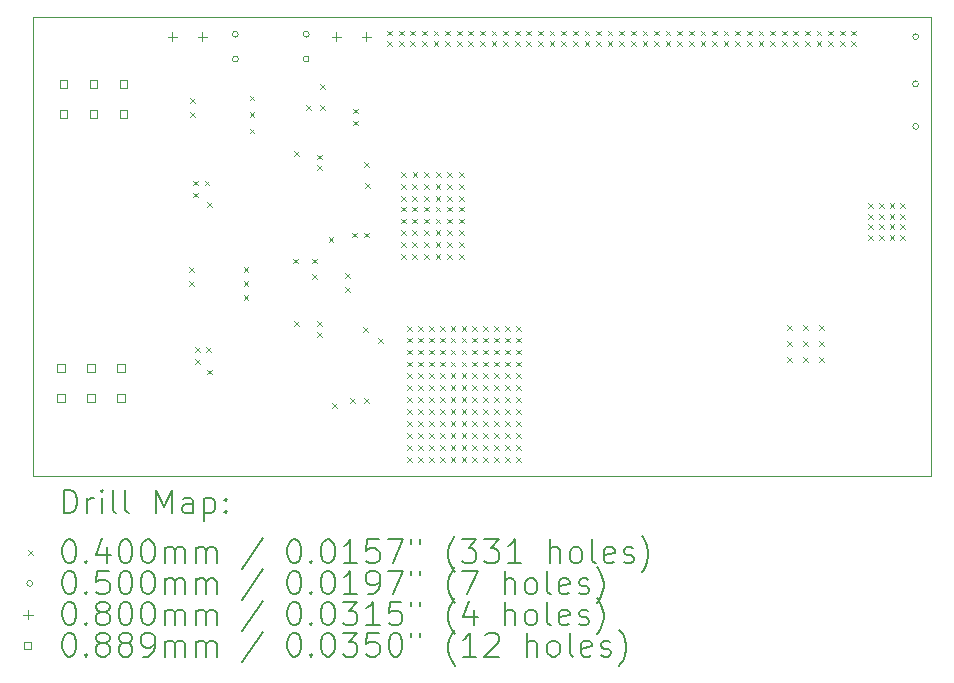
<source format=gbr>
%TF.GenerationSoftware,KiCad,Pcbnew,8.0.1*%
%TF.CreationDate,2024-04-17T20:24:41+03:00*%
%TF.ProjectId,Daughterboard,44617567-6874-4657-9262-6f6172642e6b,rev?*%
%TF.SameCoordinates,Original*%
%TF.FileFunction,Drillmap*%
%TF.FilePolarity,Positive*%
%FSLAX45Y45*%
G04 Gerber Fmt 4.5, Leading zero omitted, Abs format (unit mm)*
G04 Created by KiCad (PCBNEW 8.0.1) date 2024-04-17 20:24:41*
%MOMM*%
%LPD*%
G01*
G04 APERTURE LIST*
%ADD10C,0.100000*%
%ADD11C,0.200000*%
G04 APERTURE END LIST*
D10*
X8870000Y-8890000D02*
X16470000Y-8890000D01*
X16470000Y-12780000D01*
X8870000Y-12780000D01*
X8870000Y-8890000D01*
D11*
D10*
X10190000Y-11010000D02*
X10230000Y-11050000D01*
X10230000Y-11010000D02*
X10190000Y-11050000D01*
X10190000Y-11130000D02*
X10230000Y-11170000D01*
X10230000Y-11130000D02*
X10190000Y-11170000D01*
X10200000Y-9580000D02*
X10240000Y-9620000D01*
X10240000Y-9580000D02*
X10200000Y-9620000D01*
X10200000Y-9700000D02*
X10240000Y-9740000D01*
X10240000Y-9700000D02*
X10200000Y-9740000D01*
X10220000Y-10280000D02*
X10260000Y-10320000D01*
X10260000Y-10280000D02*
X10220000Y-10320000D01*
X10220000Y-10380000D02*
X10260000Y-10420000D01*
X10260000Y-10380000D02*
X10220000Y-10420000D01*
X10240000Y-11690000D02*
X10280000Y-11730000D01*
X10280000Y-11690000D02*
X10240000Y-11730000D01*
X10240000Y-11790000D02*
X10280000Y-11830000D01*
X10280000Y-11790000D02*
X10240000Y-11830000D01*
X10320000Y-10280000D02*
X10360000Y-10320000D01*
X10360000Y-10280000D02*
X10320000Y-10320000D01*
X10330000Y-11690000D02*
X10370000Y-11730000D01*
X10370000Y-11690000D02*
X10330000Y-11730000D01*
X10340000Y-10460000D02*
X10380000Y-10500000D01*
X10380000Y-10460000D02*
X10340000Y-10500000D01*
X10340000Y-11880000D02*
X10380000Y-11920000D01*
X10380000Y-11880000D02*
X10340000Y-11920000D01*
X10650000Y-11010000D02*
X10690000Y-11050000D01*
X10690000Y-11010000D02*
X10650000Y-11050000D01*
X10650000Y-11130000D02*
X10690000Y-11170000D01*
X10690000Y-11130000D02*
X10650000Y-11170000D01*
X10650000Y-11250000D02*
X10690000Y-11290000D01*
X10690000Y-11250000D02*
X10650000Y-11290000D01*
X10700000Y-9560000D02*
X10740000Y-9600000D01*
X10740000Y-9560000D02*
X10700000Y-9600000D01*
X10700000Y-9700000D02*
X10740000Y-9740000D01*
X10740000Y-9700000D02*
X10700000Y-9740000D01*
X10700000Y-9840000D02*
X10740000Y-9880000D01*
X10740000Y-9840000D02*
X10700000Y-9880000D01*
X11070000Y-10940000D02*
X11110000Y-10980000D01*
X11110000Y-10940000D02*
X11070000Y-10980000D01*
X11080000Y-10030000D02*
X11120000Y-10070000D01*
X11120000Y-10030000D02*
X11080000Y-10070000D01*
X11080000Y-11470000D02*
X11120000Y-11510000D01*
X11120000Y-11470000D02*
X11080000Y-11510000D01*
X11180000Y-9640000D02*
X11220000Y-9680000D01*
X11220000Y-9640000D02*
X11180000Y-9680000D01*
X11230000Y-10940000D02*
X11270000Y-10980000D01*
X11270000Y-10940000D02*
X11230000Y-10980000D01*
X11230000Y-11070000D02*
X11270000Y-11110000D01*
X11270000Y-11070000D02*
X11230000Y-11110000D01*
X11270000Y-10060000D02*
X11310000Y-10100000D01*
X11310000Y-10060000D02*
X11270000Y-10100000D01*
X11270000Y-10150000D02*
X11310000Y-10190000D01*
X11310000Y-10150000D02*
X11270000Y-10190000D01*
X11270000Y-11470000D02*
X11310000Y-11510000D01*
X11310000Y-11470000D02*
X11270000Y-11510000D01*
X11270000Y-11560000D02*
X11310000Y-11600000D01*
X11310000Y-11560000D02*
X11270000Y-11600000D01*
X11300000Y-9460000D02*
X11340000Y-9500000D01*
X11340000Y-9460000D02*
X11300000Y-9500000D01*
X11300000Y-9640000D02*
X11340000Y-9680000D01*
X11340000Y-9640000D02*
X11300000Y-9680000D01*
X11370000Y-10760000D02*
X11410000Y-10800000D01*
X11410000Y-10760000D02*
X11370000Y-10800000D01*
X11400000Y-12160000D02*
X11440000Y-12200000D01*
X11440000Y-12160000D02*
X11400000Y-12200000D01*
X11510000Y-11060000D02*
X11550000Y-11100000D01*
X11550000Y-11060000D02*
X11510000Y-11100000D01*
X11510000Y-11180000D02*
X11550000Y-11220000D01*
X11550000Y-11180000D02*
X11510000Y-11220000D01*
X11550000Y-12120000D02*
X11590000Y-12160000D01*
X11590000Y-12120000D02*
X11550000Y-12160000D01*
X11570000Y-10720000D02*
X11610000Y-10760000D01*
X11610000Y-10720000D02*
X11570000Y-10760000D01*
X11580000Y-9670000D02*
X11620000Y-9710000D01*
X11620000Y-9670000D02*
X11580000Y-9710000D01*
X11580000Y-9770000D02*
X11620000Y-9810000D01*
X11620000Y-9770000D02*
X11580000Y-9810000D01*
X11660000Y-11520000D02*
X11700000Y-11560000D01*
X11700000Y-11520000D02*
X11660000Y-11560000D01*
X11670000Y-10120000D02*
X11710000Y-10160000D01*
X11710000Y-10120000D02*
X11670000Y-10160000D01*
X11670000Y-10720000D02*
X11710000Y-10760000D01*
X11710000Y-10720000D02*
X11670000Y-10760000D01*
X11670000Y-12120000D02*
X11710000Y-12160000D01*
X11710000Y-12120000D02*
X11670000Y-12160000D01*
X11680000Y-10300000D02*
X11720000Y-10340000D01*
X11720000Y-10300000D02*
X11680000Y-10340000D01*
X11790000Y-11610000D02*
X11830000Y-11650000D01*
X11830000Y-11610000D02*
X11790000Y-11650000D01*
X11866250Y-9010000D02*
X11906250Y-9050000D01*
X11906250Y-9010000D02*
X11866250Y-9050000D01*
X11866250Y-9100000D02*
X11906250Y-9140000D01*
X11906250Y-9100000D02*
X11866250Y-9140000D01*
X11964500Y-9010000D02*
X12004500Y-9050000D01*
X12004500Y-9010000D02*
X11964500Y-9050000D01*
X11964500Y-9100000D02*
X12004500Y-9140000D01*
X12004500Y-9100000D02*
X11964500Y-9140000D01*
X11982000Y-10310000D02*
X12022000Y-10350000D01*
X12022000Y-10310000D02*
X11982000Y-10350000D01*
X11982000Y-10410000D02*
X12022000Y-10450000D01*
X12022000Y-10410000D02*
X11982000Y-10450000D01*
X11982000Y-10500000D02*
X12022000Y-10540000D01*
X12022000Y-10500000D02*
X11982000Y-10540000D01*
X11982000Y-10600000D02*
X12022000Y-10640000D01*
X12022000Y-10600000D02*
X11982000Y-10640000D01*
X11982000Y-10700000D02*
X12022000Y-10740000D01*
X12022000Y-10700000D02*
X11982000Y-10740000D01*
X11982000Y-10800000D02*
X12022000Y-10840000D01*
X12022000Y-10800000D02*
X11982000Y-10840000D01*
X11982000Y-10900000D02*
X12022000Y-10940000D01*
X12022000Y-10900000D02*
X11982000Y-10940000D01*
X11984000Y-10210000D02*
X12024000Y-10250000D01*
X12024000Y-10210000D02*
X11984000Y-10250000D01*
X12036364Y-11508182D02*
X12076364Y-11548182D01*
X12076364Y-11508182D02*
X12036364Y-11548182D01*
X12036364Y-11609091D02*
X12076364Y-11649091D01*
X12076364Y-11609091D02*
X12036364Y-11649091D01*
X12036364Y-11710000D02*
X12076364Y-11750000D01*
X12076364Y-11710000D02*
X12036364Y-11750000D01*
X12036364Y-11810909D02*
X12076364Y-11850909D01*
X12076364Y-11810909D02*
X12036364Y-11850909D01*
X12036364Y-11911818D02*
X12076364Y-11951818D01*
X12076364Y-11911818D02*
X12036364Y-11951818D01*
X12036364Y-12012727D02*
X12076364Y-12052727D01*
X12076364Y-12012727D02*
X12036364Y-12052727D01*
X12036364Y-12113636D02*
X12076364Y-12153636D01*
X12076364Y-12113636D02*
X12036364Y-12153636D01*
X12036364Y-12214545D02*
X12076364Y-12254545D01*
X12076364Y-12214545D02*
X12036364Y-12254545D01*
X12036364Y-12315454D02*
X12076364Y-12355454D01*
X12076364Y-12315454D02*
X12036364Y-12355454D01*
X12036364Y-12416363D02*
X12076364Y-12456363D01*
X12076364Y-12416363D02*
X12036364Y-12456363D01*
X12036364Y-12517272D02*
X12076364Y-12557272D01*
X12076364Y-12517272D02*
X12036364Y-12557272D01*
X12036364Y-12618181D02*
X12076364Y-12658181D01*
X12076364Y-12618181D02*
X12036364Y-12658181D01*
X12062750Y-9010000D02*
X12102750Y-9050000D01*
X12102750Y-9010000D02*
X12062750Y-9050000D01*
X12062750Y-9100000D02*
X12102750Y-9140000D01*
X12102750Y-9100000D02*
X12062750Y-9140000D01*
X12080000Y-10310000D02*
X12120000Y-10350000D01*
X12120000Y-10310000D02*
X12080000Y-10350000D01*
X12080000Y-10410000D02*
X12120000Y-10450000D01*
X12120000Y-10410000D02*
X12080000Y-10450000D01*
X12080000Y-10500000D02*
X12120000Y-10540000D01*
X12120000Y-10500000D02*
X12080000Y-10540000D01*
X12080000Y-10600000D02*
X12120000Y-10640000D01*
X12120000Y-10600000D02*
X12080000Y-10640000D01*
X12080000Y-10700000D02*
X12120000Y-10740000D01*
X12120000Y-10700000D02*
X12080000Y-10740000D01*
X12080000Y-10800000D02*
X12120000Y-10840000D01*
X12120000Y-10800000D02*
X12080000Y-10840000D01*
X12080000Y-10900000D02*
X12120000Y-10940000D01*
X12120000Y-10900000D02*
X12080000Y-10940000D01*
X12082000Y-10210000D02*
X12122000Y-10250000D01*
X12122000Y-10210000D02*
X12082000Y-10250000D01*
X12128182Y-11508182D02*
X12168182Y-11548182D01*
X12168182Y-11508182D02*
X12128182Y-11548182D01*
X12128182Y-11609091D02*
X12168182Y-11649091D01*
X12168182Y-11609091D02*
X12128182Y-11649091D01*
X12128182Y-11710000D02*
X12168182Y-11750000D01*
X12168182Y-11710000D02*
X12128182Y-11750000D01*
X12128182Y-11810909D02*
X12168182Y-11850909D01*
X12168182Y-11810909D02*
X12128182Y-11850909D01*
X12128182Y-11911818D02*
X12168182Y-11951818D01*
X12168182Y-11911818D02*
X12128182Y-11951818D01*
X12128182Y-12012727D02*
X12168182Y-12052727D01*
X12168182Y-12012727D02*
X12128182Y-12052727D01*
X12128182Y-12113636D02*
X12168182Y-12153636D01*
X12168182Y-12113636D02*
X12128182Y-12153636D01*
X12128182Y-12214545D02*
X12168182Y-12254545D01*
X12168182Y-12214545D02*
X12128182Y-12254545D01*
X12128182Y-12315454D02*
X12168182Y-12355454D01*
X12168182Y-12315454D02*
X12128182Y-12355454D01*
X12128182Y-12416363D02*
X12168182Y-12456363D01*
X12168182Y-12416363D02*
X12128182Y-12456363D01*
X12128182Y-12517272D02*
X12168182Y-12557272D01*
X12168182Y-12517272D02*
X12128182Y-12557272D01*
X12128182Y-12618181D02*
X12168182Y-12658181D01*
X12168182Y-12618181D02*
X12128182Y-12658181D01*
X12161000Y-9010000D02*
X12201000Y-9050000D01*
X12201000Y-9010000D02*
X12161000Y-9050000D01*
X12161000Y-9100000D02*
X12201000Y-9140000D01*
X12201000Y-9100000D02*
X12161000Y-9140000D01*
X12178000Y-10310000D02*
X12218000Y-10350000D01*
X12218000Y-10310000D02*
X12178000Y-10350000D01*
X12178000Y-10410000D02*
X12218000Y-10450000D01*
X12218000Y-10410000D02*
X12178000Y-10450000D01*
X12178000Y-10500000D02*
X12218000Y-10540000D01*
X12218000Y-10500000D02*
X12178000Y-10540000D01*
X12178000Y-10600000D02*
X12218000Y-10640000D01*
X12218000Y-10600000D02*
X12178000Y-10640000D01*
X12178000Y-10700000D02*
X12218000Y-10740000D01*
X12218000Y-10700000D02*
X12178000Y-10740000D01*
X12178000Y-10800000D02*
X12218000Y-10840000D01*
X12218000Y-10800000D02*
X12178000Y-10840000D01*
X12178000Y-10900000D02*
X12218000Y-10940000D01*
X12218000Y-10900000D02*
X12178000Y-10940000D01*
X12180000Y-10210000D02*
X12220000Y-10250000D01*
X12220000Y-10210000D02*
X12180000Y-10250000D01*
X12220000Y-11508182D02*
X12260000Y-11548182D01*
X12260000Y-11508182D02*
X12220000Y-11548182D01*
X12220000Y-11609091D02*
X12260000Y-11649091D01*
X12260000Y-11609091D02*
X12220000Y-11649091D01*
X12220000Y-11710000D02*
X12260000Y-11750000D01*
X12260000Y-11710000D02*
X12220000Y-11750000D01*
X12220000Y-11810909D02*
X12260000Y-11850909D01*
X12260000Y-11810909D02*
X12220000Y-11850909D01*
X12220000Y-11911818D02*
X12260000Y-11951818D01*
X12260000Y-11911818D02*
X12220000Y-11951818D01*
X12220000Y-12012727D02*
X12260000Y-12052727D01*
X12260000Y-12012727D02*
X12220000Y-12052727D01*
X12220000Y-12113636D02*
X12260000Y-12153636D01*
X12260000Y-12113636D02*
X12220000Y-12153636D01*
X12220000Y-12214545D02*
X12260000Y-12254545D01*
X12260000Y-12214545D02*
X12220000Y-12254545D01*
X12220000Y-12315454D02*
X12260000Y-12355454D01*
X12260000Y-12315454D02*
X12220000Y-12355454D01*
X12220000Y-12416363D02*
X12260000Y-12456363D01*
X12260000Y-12416363D02*
X12220000Y-12456363D01*
X12220000Y-12517272D02*
X12260000Y-12557272D01*
X12260000Y-12517272D02*
X12220000Y-12557272D01*
X12220000Y-12618181D02*
X12260000Y-12658181D01*
X12260000Y-12618181D02*
X12220000Y-12658181D01*
X12259250Y-9010000D02*
X12299250Y-9050000D01*
X12299250Y-9010000D02*
X12259250Y-9050000D01*
X12259250Y-9100000D02*
X12299250Y-9140000D01*
X12299250Y-9100000D02*
X12259250Y-9140000D01*
X12276000Y-10310000D02*
X12316000Y-10350000D01*
X12316000Y-10310000D02*
X12276000Y-10350000D01*
X12276000Y-10410000D02*
X12316000Y-10450000D01*
X12316000Y-10410000D02*
X12276000Y-10450000D01*
X12276000Y-10500000D02*
X12316000Y-10540000D01*
X12316000Y-10500000D02*
X12276000Y-10540000D01*
X12276000Y-10600000D02*
X12316000Y-10640000D01*
X12316000Y-10600000D02*
X12276000Y-10640000D01*
X12276000Y-10700000D02*
X12316000Y-10740000D01*
X12316000Y-10700000D02*
X12276000Y-10740000D01*
X12276000Y-10800000D02*
X12316000Y-10840000D01*
X12316000Y-10800000D02*
X12276000Y-10840000D01*
X12276000Y-10900000D02*
X12316000Y-10940000D01*
X12316000Y-10900000D02*
X12276000Y-10940000D01*
X12278000Y-10210000D02*
X12318000Y-10250000D01*
X12318000Y-10210000D02*
X12278000Y-10250000D01*
X12311818Y-11508182D02*
X12351818Y-11548182D01*
X12351818Y-11508182D02*
X12311818Y-11548182D01*
X12311818Y-11609091D02*
X12351818Y-11649091D01*
X12351818Y-11609091D02*
X12311818Y-11649091D01*
X12311818Y-11710000D02*
X12351818Y-11750000D01*
X12351818Y-11710000D02*
X12311818Y-11750000D01*
X12311818Y-11810909D02*
X12351818Y-11850909D01*
X12351818Y-11810909D02*
X12311818Y-11850909D01*
X12311818Y-11911818D02*
X12351818Y-11951818D01*
X12351818Y-11911818D02*
X12311818Y-11951818D01*
X12311818Y-12012727D02*
X12351818Y-12052727D01*
X12351818Y-12012727D02*
X12311818Y-12052727D01*
X12311818Y-12113636D02*
X12351818Y-12153636D01*
X12351818Y-12113636D02*
X12311818Y-12153636D01*
X12311818Y-12214545D02*
X12351818Y-12254545D01*
X12351818Y-12214545D02*
X12311818Y-12254545D01*
X12311818Y-12315454D02*
X12351818Y-12355454D01*
X12351818Y-12315454D02*
X12311818Y-12355454D01*
X12311818Y-12416363D02*
X12351818Y-12456363D01*
X12351818Y-12416363D02*
X12311818Y-12456363D01*
X12311818Y-12517272D02*
X12351818Y-12557272D01*
X12351818Y-12517272D02*
X12311818Y-12557272D01*
X12311818Y-12618181D02*
X12351818Y-12658181D01*
X12351818Y-12618181D02*
X12311818Y-12658181D01*
X12357500Y-9010000D02*
X12397500Y-9050000D01*
X12397500Y-9010000D02*
X12357500Y-9050000D01*
X12357500Y-9100000D02*
X12397500Y-9140000D01*
X12397500Y-9100000D02*
X12357500Y-9140000D01*
X12374000Y-10310000D02*
X12414000Y-10350000D01*
X12414000Y-10310000D02*
X12374000Y-10350000D01*
X12374000Y-10410000D02*
X12414000Y-10450000D01*
X12414000Y-10410000D02*
X12374000Y-10450000D01*
X12374000Y-10500000D02*
X12414000Y-10540000D01*
X12414000Y-10500000D02*
X12374000Y-10540000D01*
X12374000Y-10600000D02*
X12414000Y-10640000D01*
X12414000Y-10600000D02*
X12374000Y-10640000D01*
X12374000Y-10700000D02*
X12414000Y-10740000D01*
X12414000Y-10700000D02*
X12374000Y-10740000D01*
X12374000Y-10800000D02*
X12414000Y-10840000D01*
X12414000Y-10800000D02*
X12374000Y-10840000D01*
X12374000Y-10900000D02*
X12414000Y-10940000D01*
X12414000Y-10900000D02*
X12374000Y-10940000D01*
X12376000Y-10210000D02*
X12416000Y-10250000D01*
X12416000Y-10210000D02*
X12376000Y-10250000D01*
X12403636Y-11508182D02*
X12443636Y-11548182D01*
X12443636Y-11508182D02*
X12403636Y-11548182D01*
X12403636Y-11609091D02*
X12443636Y-11649091D01*
X12443636Y-11609091D02*
X12403636Y-11649091D01*
X12403636Y-11710000D02*
X12443636Y-11750000D01*
X12443636Y-11710000D02*
X12403636Y-11750000D01*
X12403636Y-11810909D02*
X12443636Y-11850909D01*
X12443636Y-11810909D02*
X12403636Y-11850909D01*
X12403636Y-11911818D02*
X12443636Y-11951818D01*
X12443636Y-11911818D02*
X12403636Y-11951818D01*
X12403636Y-12012727D02*
X12443636Y-12052727D01*
X12443636Y-12012727D02*
X12403636Y-12052727D01*
X12403636Y-12113636D02*
X12443636Y-12153636D01*
X12443636Y-12113636D02*
X12403636Y-12153636D01*
X12403636Y-12214545D02*
X12443636Y-12254545D01*
X12443636Y-12214545D02*
X12403636Y-12254545D01*
X12403636Y-12315454D02*
X12443636Y-12355454D01*
X12443636Y-12315454D02*
X12403636Y-12355454D01*
X12403636Y-12416363D02*
X12443636Y-12456363D01*
X12443636Y-12416363D02*
X12403636Y-12456363D01*
X12403636Y-12517272D02*
X12443636Y-12557272D01*
X12443636Y-12517272D02*
X12403636Y-12557272D01*
X12403636Y-12618181D02*
X12443636Y-12658181D01*
X12443636Y-12618181D02*
X12403636Y-12658181D01*
X12455750Y-9010000D02*
X12495750Y-9050000D01*
X12495750Y-9010000D02*
X12455750Y-9050000D01*
X12455750Y-9100000D02*
X12495750Y-9140000D01*
X12495750Y-9100000D02*
X12455750Y-9140000D01*
X12472000Y-10310000D02*
X12512000Y-10350000D01*
X12512000Y-10310000D02*
X12472000Y-10350000D01*
X12472000Y-10410000D02*
X12512000Y-10450000D01*
X12512000Y-10410000D02*
X12472000Y-10450000D01*
X12472000Y-10500000D02*
X12512000Y-10540000D01*
X12512000Y-10500000D02*
X12472000Y-10540000D01*
X12472000Y-10600000D02*
X12512000Y-10640000D01*
X12512000Y-10600000D02*
X12472000Y-10640000D01*
X12472000Y-10700000D02*
X12512000Y-10740000D01*
X12512000Y-10700000D02*
X12472000Y-10740000D01*
X12472000Y-10800000D02*
X12512000Y-10840000D01*
X12512000Y-10800000D02*
X12472000Y-10840000D01*
X12472000Y-10900000D02*
X12512000Y-10940000D01*
X12512000Y-10900000D02*
X12472000Y-10940000D01*
X12474000Y-10210000D02*
X12514000Y-10250000D01*
X12514000Y-10210000D02*
X12474000Y-10250000D01*
X12495454Y-11508182D02*
X12535454Y-11548182D01*
X12535454Y-11508182D02*
X12495454Y-11548182D01*
X12495454Y-11609091D02*
X12535454Y-11649091D01*
X12535454Y-11609091D02*
X12495454Y-11649091D01*
X12495454Y-11710000D02*
X12535454Y-11750000D01*
X12535454Y-11710000D02*
X12495454Y-11750000D01*
X12495454Y-11810909D02*
X12535454Y-11850909D01*
X12535454Y-11810909D02*
X12495454Y-11850909D01*
X12495454Y-11911818D02*
X12535454Y-11951818D01*
X12535454Y-11911818D02*
X12495454Y-11951818D01*
X12495454Y-12012727D02*
X12535454Y-12052727D01*
X12535454Y-12012727D02*
X12495454Y-12052727D01*
X12495454Y-12113636D02*
X12535454Y-12153636D01*
X12535454Y-12113636D02*
X12495454Y-12153636D01*
X12495454Y-12214545D02*
X12535454Y-12254545D01*
X12535454Y-12214545D02*
X12495454Y-12254545D01*
X12495454Y-12315454D02*
X12535454Y-12355454D01*
X12535454Y-12315454D02*
X12495454Y-12355454D01*
X12495454Y-12416363D02*
X12535454Y-12456363D01*
X12535454Y-12416363D02*
X12495454Y-12456363D01*
X12495454Y-12517272D02*
X12535454Y-12557272D01*
X12535454Y-12517272D02*
X12495454Y-12557272D01*
X12495454Y-12618181D02*
X12535454Y-12658181D01*
X12535454Y-12618181D02*
X12495454Y-12658181D01*
X12554000Y-9010000D02*
X12594000Y-9050000D01*
X12594000Y-9010000D02*
X12554000Y-9050000D01*
X12554000Y-9100000D02*
X12594000Y-9140000D01*
X12594000Y-9100000D02*
X12554000Y-9140000D01*
X12587272Y-11508182D02*
X12627272Y-11548182D01*
X12627272Y-11508182D02*
X12587272Y-11548182D01*
X12587272Y-11609091D02*
X12627272Y-11649091D01*
X12627272Y-11609091D02*
X12587272Y-11649091D01*
X12587272Y-11710000D02*
X12627272Y-11750000D01*
X12627272Y-11710000D02*
X12587272Y-11750000D01*
X12587272Y-11810909D02*
X12627272Y-11850909D01*
X12627272Y-11810909D02*
X12587272Y-11850909D01*
X12587272Y-11911818D02*
X12627272Y-11951818D01*
X12627272Y-11911818D02*
X12587272Y-11951818D01*
X12587272Y-12012727D02*
X12627272Y-12052727D01*
X12627272Y-12012727D02*
X12587272Y-12052727D01*
X12587272Y-12113636D02*
X12627272Y-12153636D01*
X12627272Y-12113636D02*
X12587272Y-12153636D01*
X12587272Y-12214545D02*
X12627272Y-12254545D01*
X12627272Y-12214545D02*
X12587272Y-12254545D01*
X12587272Y-12315454D02*
X12627272Y-12355454D01*
X12627272Y-12315454D02*
X12587272Y-12355454D01*
X12587272Y-12416363D02*
X12627272Y-12456363D01*
X12627272Y-12416363D02*
X12587272Y-12456363D01*
X12587272Y-12517272D02*
X12627272Y-12557272D01*
X12627272Y-12517272D02*
X12587272Y-12557272D01*
X12587272Y-12618181D02*
X12627272Y-12658181D01*
X12627272Y-12618181D02*
X12587272Y-12658181D01*
X12652250Y-9010000D02*
X12692250Y-9050000D01*
X12692250Y-9010000D02*
X12652250Y-9050000D01*
X12652250Y-9100000D02*
X12692250Y-9140000D01*
X12692250Y-9100000D02*
X12652250Y-9140000D01*
X12679090Y-11508182D02*
X12719090Y-11548182D01*
X12719090Y-11508182D02*
X12679090Y-11548182D01*
X12679090Y-11609091D02*
X12719090Y-11649091D01*
X12719090Y-11609091D02*
X12679090Y-11649091D01*
X12679090Y-11710000D02*
X12719090Y-11750000D01*
X12719090Y-11710000D02*
X12679090Y-11750000D01*
X12679090Y-11810909D02*
X12719090Y-11850909D01*
X12719090Y-11810909D02*
X12679090Y-11850909D01*
X12679090Y-11911818D02*
X12719090Y-11951818D01*
X12719090Y-11911818D02*
X12679090Y-11951818D01*
X12679090Y-12012727D02*
X12719090Y-12052727D01*
X12719090Y-12012727D02*
X12679090Y-12052727D01*
X12679090Y-12113636D02*
X12719090Y-12153636D01*
X12719090Y-12113636D02*
X12679090Y-12153636D01*
X12679090Y-12214545D02*
X12719090Y-12254545D01*
X12719090Y-12214545D02*
X12679090Y-12254545D01*
X12679090Y-12315454D02*
X12719090Y-12355454D01*
X12719090Y-12315454D02*
X12679090Y-12355454D01*
X12679090Y-12416363D02*
X12719090Y-12456363D01*
X12719090Y-12416363D02*
X12679090Y-12456363D01*
X12679090Y-12517272D02*
X12719090Y-12557272D01*
X12719090Y-12517272D02*
X12679090Y-12557272D01*
X12679090Y-12618181D02*
X12719090Y-12658181D01*
X12719090Y-12618181D02*
X12679090Y-12658181D01*
X12750500Y-9010000D02*
X12790500Y-9050000D01*
X12790500Y-9010000D02*
X12750500Y-9050000D01*
X12750500Y-9100000D02*
X12790500Y-9140000D01*
X12790500Y-9100000D02*
X12750500Y-9140000D01*
X12770909Y-11508182D02*
X12810909Y-11548182D01*
X12810909Y-11508182D02*
X12770909Y-11548182D01*
X12770909Y-11609091D02*
X12810909Y-11649091D01*
X12810909Y-11609091D02*
X12770909Y-11649091D01*
X12770909Y-11710000D02*
X12810909Y-11750000D01*
X12810909Y-11710000D02*
X12770909Y-11750000D01*
X12770909Y-11810909D02*
X12810909Y-11850909D01*
X12810909Y-11810909D02*
X12770909Y-11850909D01*
X12770909Y-11911818D02*
X12810909Y-11951818D01*
X12810909Y-11911818D02*
X12770909Y-11951818D01*
X12770909Y-12012727D02*
X12810909Y-12052727D01*
X12810909Y-12012727D02*
X12770909Y-12052727D01*
X12770909Y-12113636D02*
X12810909Y-12153636D01*
X12810909Y-12113636D02*
X12770909Y-12153636D01*
X12770909Y-12214545D02*
X12810909Y-12254545D01*
X12810909Y-12214545D02*
X12770909Y-12254545D01*
X12770909Y-12315454D02*
X12810909Y-12355454D01*
X12810909Y-12315454D02*
X12770909Y-12355454D01*
X12770909Y-12416363D02*
X12810909Y-12456363D01*
X12810909Y-12416363D02*
X12770909Y-12456363D01*
X12770909Y-12517272D02*
X12810909Y-12557272D01*
X12810909Y-12517272D02*
X12770909Y-12557272D01*
X12770909Y-12618181D02*
X12810909Y-12658181D01*
X12810909Y-12618181D02*
X12770909Y-12658181D01*
X12848750Y-9010000D02*
X12888750Y-9050000D01*
X12888750Y-9010000D02*
X12848750Y-9050000D01*
X12848750Y-9100000D02*
X12888750Y-9140000D01*
X12888750Y-9100000D02*
X12848750Y-9140000D01*
X12862727Y-11508182D02*
X12902727Y-11548182D01*
X12902727Y-11508182D02*
X12862727Y-11548182D01*
X12862727Y-11609091D02*
X12902727Y-11649091D01*
X12902727Y-11609091D02*
X12862727Y-11649091D01*
X12862727Y-11710000D02*
X12902727Y-11750000D01*
X12902727Y-11710000D02*
X12862727Y-11750000D01*
X12862727Y-11810909D02*
X12902727Y-11850909D01*
X12902727Y-11810909D02*
X12862727Y-11850909D01*
X12862727Y-11911818D02*
X12902727Y-11951818D01*
X12902727Y-11911818D02*
X12862727Y-11951818D01*
X12862727Y-12012727D02*
X12902727Y-12052727D01*
X12902727Y-12012727D02*
X12862727Y-12052727D01*
X12862727Y-12113636D02*
X12902727Y-12153636D01*
X12902727Y-12113636D02*
X12862727Y-12153636D01*
X12862727Y-12214545D02*
X12902727Y-12254545D01*
X12902727Y-12214545D02*
X12862727Y-12254545D01*
X12862727Y-12315454D02*
X12902727Y-12355454D01*
X12902727Y-12315454D02*
X12862727Y-12355454D01*
X12862727Y-12416363D02*
X12902727Y-12456363D01*
X12902727Y-12416363D02*
X12862727Y-12456363D01*
X12862727Y-12517272D02*
X12902727Y-12557272D01*
X12902727Y-12517272D02*
X12862727Y-12557272D01*
X12862727Y-12618181D02*
X12902727Y-12658181D01*
X12902727Y-12618181D02*
X12862727Y-12658181D01*
X12947000Y-9010000D02*
X12987000Y-9050000D01*
X12987000Y-9010000D02*
X12947000Y-9050000D01*
X12947000Y-9100000D02*
X12987000Y-9140000D01*
X12987000Y-9100000D02*
X12947000Y-9140000D01*
X12954545Y-11508182D02*
X12994545Y-11548182D01*
X12994545Y-11508182D02*
X12954545Y-11548182D01*
X12954545Y-11609091D02*
X12994545Y-11649091D01*
X12994545Y-11609091D02*
X12954545Y-11649091D01*
X12954545Y-11710000D02*
X12994545Y-11750000D01*
X12994545Y-11710000D02*
X12954545Y-11750000D01*
X12954545Y-11810909D02*
X12994545Y-11850909D01*
X12994545Y-11810909D02*
X12954545Y-11850909D01*
X12954545Y-11911818D02*
X12994545Y-11951818D01*
X12994545Y-11911818D02*
X12954545Y-11951818D01*
X12954545Y-12012727D02*
X12994545Y-12052727D01*
X12994545Y-12012727D02*
X12954545Y-12052727D01*
X12954545Y-12113636D02*
X12994545Y-12153636D01*
X12994545Y-12113636D02*
X12954545Y-12153636D01*
X12954545Y-12214545D02*
X12994545Y-12254545D01*
X12994545Y-12214545D02*
X12954545Y-12254545D01*
X12954545Y-12315454D02*
X12994545Y-12355454D01*
X12994545Y-12315454D02*
X12954545Y-12355454D01*
X12954545Y-12416363D02*
X12994545Y-12456363D01*
X12994545Y-12416363D02*
X12954545Y-12456363D01*
X12954545Y-12517272D02*
X12994545Y-12557272D01*
X12994545Y-12517272D02*
X12954545Y-12557272D01*
X12954545Y-12618181D02*
X12994545Y-12658181D01*
X12994545Y-12618181D02*
X12954545Y-12658181D01*
X13045250Y-9010000D02*
X13085250Y-9050000D01*
X13085250Y-9010000D02*
X13045250Y-9050000D01*
X13045250Y-9100000D02*
X13085250Y-9140000D01*
X13085250Y-9100000D02*
X13045250Y-9140000D01*
X13143500Y-9010000D02*
X13183500Y-9050000D01*
X13183500Y-9010000D02*
X13143500Y-9050000D01*
X13143500Y-9100000D02*
X13183500Y-9140000D01*
X13183500Y-9100000D02*
X13143500Y-9140000D01*
X13241750Y-9010000D02*
X13281750Y-9050000D01*
X13281750Y-9010000D02*
X13241750Y-9050000D01*
X13241750Y-9100000D02*
X13281750Y-9140000D01*
X13281750Y-9100000D02*
X13241750Y-9140000D01*
X13340000Y-9010000D02*
X13380000Y-9050000D01*
X13380000Y-9010000D02*
X13340000Y-9050000D01*
X13340000Y-9100000D02*
X13380000Y-9140000D01*
X13380000Y-9100000D02*
X13340000Y-9140000D01*
X13438250Y-9010000D02*
X13478250Y-9050000D01*
X13478250Y-9010000D02*
X13438250Y-9050000D01*
X13438250Y-9100000D02*
X13478250Y-9140000D01*
X13478250Y-9100000D02*
X13438250Y-9140000D01*
X13536500Y-9010000D02*
X13576500Y-9050000D01*
X13576500Y-9010000D02*
X13536500Y-9050000D01*
X13536500Y-9100000D02*
X13576500Y-9140000D01*
X13576500Y-9100000D02*
X13536500Y-9140000D01*
X13634750Y-9010000D02*
X13674750Y-9050000D01*
X13674750Y-9010000D02*
X13634750Y-9050000D01*
X13634750Y-9100000D02*
X13674750Y-9140000D01*
X13674750Y-9100000D02*
X13634750Y-9140000D01*
X13733000Y-9010000D02*
X13773000Y-9050000D01*
X13773000Y-9010000D02*
X13733000Y-9050000D01*
X13733000Y-9100000D02*
X13773000Y-9140000D01*
X13773000Y-9100000D02*
X13733000Y-9140000D01*
X13831250Y-9010000D02*
X13871250Y-9050000D01*
X13871250Y-9010000D02*
X13831250Y-9050000D01*
X13831250Y-9100000D02*
X13871250Y-9140000D01*
X13871250Y-9100000D02*
X13831250Y-9140000D01*
X13929500Y-9010000D02*
X13969500Y-9050000D01*
X13969500Y-9010000D02*
X13929500Y-9050000D01*
X13929500Y-9100000D02*
X13969500Y-9140000D01*
X13969500Y-9100000D02*
X13929500Y-9140000D01*
X14027750Y-9010000D02*
X14067750Y-9050000D01*
X14067750Y-9010000D02*
X14027750Y-9050000D01*
X14027750Y-9100000D02*
X14067750Y-9140000D01*
X14067750Y-9100000D02*
X14027750Y-9140000D01*
X14126000Y-9010000D02*
X14166000Y-9050000D01*
X14166000Y-9010000D02*
X14126000Y-9050000D01*
X14126000Y-9100000D02*
X14166000Y-9140000D01*
X14166000Y-9100000D02*
X14126000Y-9140000D01*
X14224250Y-9010000D02*
X14264250Y-9050000D01*
X14264250Y-9010000D02*
X14224250Y-9050000D01*
X14224250Y-9100000D02*
X14264250Y-9140000D01*
X14264250Y-9100000D02*
X14224250Y-9140000D01*
X14322500Y-9010000D02*
X14362500Y-9050000D01*
X14362500Y-9010000D02*
X14322500Y-9050000D01*
X14322500Y-9100000D02*
X14362500Y-9140000D01*
X14362500Y-9100000D02*
X14322500Y-9140000D01*
X14420750Y-9010000D02*
X14460750Y-9050000D01*
X14460750Y-9010000D02*
X14420750Y-9050000D01*
X14420750Y-9100000D02*
X14460750Y-9140000D01*
X14460750Y-9100000D02*
X14420750Y-9140000D01*
X14519000Y-9010000D02*
X14559000Y-9050000D01*
X14559000Y-9010000D02*
X14519000Y-9050000D01*
X14519000Y-9100000D02*
X14559000Y-9140000D01*
X14559000Y-9100000D02*
X14519000Y-9140000D01*
X14617250Y-9010000D02*
X14657250Y-9050000D01*
X14657250Y-9010000D02*
X14617250Y-9050000D01*
X14617250Y-9100000D02*
X14657250Y-9140000D01*
X14657250Y-9100000D02*
X14617250Y-9140000D01*
X14715500Y-9010000D02*
X14755500Y-9050000D01*
X14755500Y-9010000D02*
X14715500Y-9050000D01*
X14715500Y-9100000D02*
X14755500Y-9140000D01*
X14755500Y-9100000D02*
X14715500Y-9140000D01*
X14813750Y-9010000D02*
X14853750Y-9050000D01*
X14853750Y-9010000D02*
X14813750Y-9050000D01*
X14813750Y-9100000D02*
X14853750Y-9140000D01*
X14853750Y-9100000D02*
X14813750Y-9140000D01*
X14912000Y-9010000D02*
X14952000Y-9050000D01*
X14952000Y-9010000D02*
X14912000Y-9050000D01*
X14912000Y-9100000D02*
X14952000Y-9140000D01*
X14952000Y-9100000D02*
X14912000Y-9140000D01*
X15010250Y-9010000D02*
X15050250Y-9050000D01*
X15050250Y-9010000D02*
X15010250Y-9050000D01*
X15010250Y-9100000D02*
X15050250Y-9140000D01*
X15050250Y-9100000D02*
X15010250Y-9140000D01*
X15108500Y-9010000D02*
X15148500Y-9050000D01*
X15148500Y-9010000D02*
X15108500Y-9050000D01*
X15108500Y-9100000D02*
X15148500Y-9140000D01*
X15148500Y-9100000D02*
X15108500Y-9140000D01*
X15206750Y-9010000D02*
X15246750Y-9050000D01*
X15246750Y-9010000D02*
X15206750Y-9050000D01*
X15206750Y-9100000D02*
X15246750Y-9140000D01*
X15246750Y-9100000D02*
X15206750Y-9140000D01*
X15250000Y-11505000D02*
X15290000Y-11545000D01*
X15290000Y-11505000D02*
X15250000Y-11545000D01*
X15250000Y-11640000D02*
X15290000Y-11680000D01*
X15290000Y-11640000D02*
X15250000Y-11680000D01*
X15250000Y-11775000D02*
X15290000Y-11815000D01*
X15290000Y-11775000D02*
X15250000Y-11815000D01*
X15305000Y-9010000D02*
X15345000Y-9050000D01*
X15345000Y-9010000D02*
X15305000Y-9050000D01*
X15305000Y-9100000D02*
X15345000Y-9140000D01*
X15345000Y-9100000D02*
X15305000Y-9140000D01*
X15385000Y-11505000D02*
X15425000Y-11545000D01*
X15425000Y-11505000D02*
X15385000Y-11545000D01*
X15385000Y-11640000D02*
X15425000Y-11680000D01*
X15425000Y-11640000D02*
X15385000Y-11680000D01*
X15385000Y-11775000D02*
X15425000Y-11815000D01*
X15425000Y-11775000D02*
X15385000Y-11815000D01*
X15403250Y-9010000D02*
X15443250Y-9050000D01*
X15443250Y-9010000D02*
X15403250Y-9050000D01*
X15403250Y-9100000D02*
X15443250Y-9140000D01*
X15443250Y-9100000D02*
X15403250Y-9140000D01*
X15501500Y-9010000D02*
X15541500Y-9050000D01*
X15541500Y-9010000D02*
X15501500Y-9050000D01*
X15501500Y-9100000D02*
X15541500Y-9140000D01*
X15541500Y-9100000D02*
X15501500Y-9140000D01*
X15520000Y-11505000D02*
X15560000Y-11545000D01*
X15560000Y-11505000D02*
X15520000Y-11545000D01*
X15520000Y-11640000D02*
X15560000Y-11680000D01*
X15560000Y-11640000D02*
X15520000Y-11680000D01*
X15520000Y-11775000D02*
X15560000Y-11815000D01*
X15560000Y-11775000D02*
X15520000Y-11815000D01*
X15599750Y-9010000D02*
X15639750Y-9050000D01*
X15639750Y-9010000D02*
X15599750Y-9050000D01*
X15599750Y-9100000D02*
X15639750Y-9140000D01*
X15639750Y-9100000D02*
X15599750Y-9140000D01*
X15698000Y-9010000D02*
X15738000Y-9050000D01*
X15738000Y-9010000D02*
X15698000Y-9050000D01*
X15698000Y-9100000D02*
X15738000Y-9140000D01*
X15738000Y-9100000D02*
X15698000Y-9140000D01*
X15796250Y-9010000D02*
X15836250Y-9050000D01*
X15836250Y-9010000D02*
X15796250Y-9050000D01*
X15796250Y-9100000D02*
X15836250Y-9140000D01*
X15836250Y-9100000D02*
X15796250Y-9140000D01*
X15940000Y-10470000D02*
X15980000Y-10510000D01*
X15980000Y-10470000D02*
X15940000Y-10510000D01*
X15940000Y-10560000D02*
X15980000Y-10600000D01*
X15980000Y-10560000D02*
X15940000Y-10600000D01*
X15940000Y-10650000D02*
X15980000Y-10690000D01*
X15980000Y-10650000D02*
X15940000Y-10690000D01*
X15940000Y-10740000D02*
X15980000Y-10780000D01*
X15980000Y-10740000D02*
X15940000Y-10780000D01*
X16030000Y-10470000D02*
X16070000Y-10510000D01*
X16070000Y-10470000D02*
X16030000Y-10510000D01*
X16030000Y-10560000D02*
X16070000Y-10600000D01*
X16070000Y-10560000D02*
X16030000Y-10600000D01*
X16030000Y-10650000D02*
X16070000Y-10690000D01*
X16070000Y-10650000D02*
X16030000Y-10690000D01*
X16030000Y-10740000D02*
X16070000Y-10780000D01*
X16070000Y-10740000D02*
X16030000Y-10780000D01*
X16120000Y-10470000D02*
X16160000Y-10510000D01*
X16160000Y-10470000D02*
X16120000Y-10510000D01*
X16120000Y-10560000D02*
X16160000Y-10600000D01*
X16160000Y-10560000D02*
X16120000Y-10600000D01*
X16120000Y-10650000D02*
X16160000Y-10690000D01*
X16160000Y-10650000D02*
X16120000Y-10690000D01*
X16120000Y-10740000D02*
X16160000Y-10780000D01*
X16160000Y-10740000D02*
X16120000Y-10780000D01*
X16210000Y-10470000D02*
X16250000Y-10510000D01*
X16250000Y-10470000D02*
X16210000Y-10510000D01*
X16210000Y-10560000D02*
X16250000Y-10600000D01*
X16250000Y-10560000D02*
X16210000Y-10600000D01*
X16210000Y-10650000D02*
X16250000Y-10690000D01*
X16250000Y-10650000D02*
X16210000Y-10690000D01*
X16210000Y-10740000D02*
X16250000Y-10780000D01*
X16250000Y-10740000D02*
X16210000Y-10780000D01*
X10605000Y-9040000D02*
G75*
G02*
X10555000Y-9040000I-25000J0D01*
G01*
X10555000Y-9040000D02*
G75*
G02*
X10605000Y-9040000I25000J0D01*
G01*
X10605000Y-9250000D02*
G75*
G02*
X10555000Y-9250000I-25000J0D01*
G01*
X10555000Y-9250000D02*
G75*
G02*
X10605000Y-9250000I25000J0D01*
G01*
X11205000Y-9040000D02*
G75*
G02*
X11155000Y-9040000I-25000J0D01*
G01*
X11155000Y-9040000D02*
G75*
G02*
X11205000Y-9040000I25000J0D01*
G01*
X11205000Y-9250000D02*
G75*
G02*
X11155000Y-9250000I-25000J0D01*
G01*
X11155000Y-9250000D02*
G75*
G02*
X11205000Y-9250000I25000J0D01*
G01*
X16365000Y-9060000D02*
G75*
G02*
X16315000Y-9060000I-25000J0D01*
G01*
X16315000Y-9060000D02*
G75*
G02*
X16365000Y-9060000I25000J0D01*
G01*
X16365000Y-9460000D02*
G75*
G02*
X16315000Y-9460000I-25000J0D01*
G01*
X16315000Y-9460000D02*
G75*
G02*
X16365000Y-9460000I25000J0D01*
G01*
X16365000Y-9820000D02*
G75*
G02*
X16315000Y-9820000I-25000J0D01*
G01*
X16315000Y-9820000D02*
G75*
G02*
X16365000Y-9820000I25000J0D01*
G01*
X10046000Y-9020000D02*
X10046000Y-9100000D01*
X10006000Y-9060000D02*
X10086000Y-9060000D01*
X10300000Y-9020000D02*
X10300000Y-9100000D01*
X10260000Y-9060000D02*
X10340000Y-9060000D01*
X11435000Y-9020000D02*
X11435000Y-9100000D01*
X11395000Y-9060000D02*
X11475000Y-9060000D01*
X11689000Y-9020000D02*
X11689000Y-9100000D01*
X11649000Y-9060000D02*
X11729000Y-9060000D01*
X9136641Y-11896401D02*
X9136641Y-11833539D01*
X9073779Y-11833539D01*
X9073779Y-11896401D01*
X9136641Y-11896401D01*
X9136641Y-12150401D02*
X9136641Y-12087539D01*
X9073779Y-12087539D01*
X9073779Y-12150401D01*
X9136641Y-12150401D01*
X9157431Y-9491431D02*
X9157431Y-9428569D01*
X9094569Y-9428569D01*
X9094569Y-9491431D01*
X9157431Y-9491431D01*
X9157431Y-9745431D02*
X9157431Y-9682569D01*
X9094569Y-9682569D01*
X9094569Y-9745431D01*
X9157431Y-9745431D01*
X9390641Y-11896401D02*
X9390641Y-11833539D01*
X9327779Y-11833539D01*
X9327779Y-11896401D01*
X9390641Y-11896401D01*
X9390641Y-12150401D02*
X9390641Y-12087539D01*
X9327779Y-12087539D01*
X9327779Y-12150401D01*
X9390641Y-12150401D01*
X9411431Y-9491431D02*
X9411431Y-9428569D01*
X9348569Y-9428569D01*
X9348569Y-9491431D01*
X9411431Y-9491431D01*
X9411431Y-9745431D02*
X9411431Y-9682569D01*
X9348569Y-9682569D01*
X9348569Y-9745431D01*
X9411431Y-9745431D01*
X9644641Y-11896401D02*
X9644641Y-11833539D01*
X9581779Y-11833539D01*
X9581779Y-11896401D01*
X9644641Y-11896401D01*
X9644641Y-12150401D02*
X9644641Y-12087539D01*
X9581779Y-12087539D01*
X9581779Y-12150401D01*
X9644641Y-12150401D01*
X9665431Y-9491431D02*
X9665431Y-9428569D01*
X9602569Y-9428569D01*
X9602569Y-9491431D01*
X9665431Y-9491431D01*
X9665431Y-9745431D02*
X9665431Y-9682569D01*
X9602569Y-9682569D01*
X9602569Y-9745431D01*
X9665431Y-9745431D01*
D11*
X9125777Y-13096484D02*
X9125777Y-12896484D01*
X9125777Y-12896484D02*
X9173396Y-12896484D01*
X9173396Y-12896484D02*
X9201967Y-12906008D01*
X9201967Y-12906008D02*
X9221015Y-12925055D01*
X9221015Y-12925055D02*
X9230539Y-12944103D01*
X9230539Y-12944103D02*
X9240063Y-12982198D01*
X9240063Y-12982198D02*
X9240063Y-13010769D01*
X9240063Y-13010769D02*
X9230539Y-13048865D01*
X9230539Y-13048865D02*
X9221015Y-13067912D01*
X9221015Y-13067912D02*
X9201967Y-13086960D01*
X9201967Y-13086960D02*
X9173396Y-13096484D01*
X9173396Y-13096484D02*
X9125777Y-13096484D01*
X9325777Y-13096484D02*
X9325777Y-12963150D01*
X9325777Y-13001246D02*
X9335301Y-12982198D01*
X9335301Y-12982198D02*
X9344824Y-12972674D01*
X9344824Y-12972674D02*
X9363872Y-12963150D01*
X9363872Y-12963150D02*
X9382920Y-12963150D01*
X9449586Y-13096484D02*
X9449586Y-12963150D01*
X9449586Y-12896484D02*
X9440063Y-12906008D01*
X9440063Y-12906008D02*
X9449586Y-12915531D01*
X9449586Y-12915531D02*
X9459110Y-12906008D01*
X9459110Y-12906008D02*
X9449586Y-12896484D01*
X9449586Y-12896484D02*
X9449586Y-12915531D01*
X9573396Y-13096484D02*
X9554348Y-13086960D01*
X9554348Y-13086960D02*
X9544824Y-13067912D01*
X9544824Y-13067912D02*
X9544824Y-12896484D01*
X9678158Y-13096484D02*
X9659110Y-13086960D01*
X9659110Y-13086960D02*
X9649586Y-13067912D01*
X9649586Y-13067912D02*
X9649586Y-12896484D01*
X9906729Y-13096484D02*
X9906729Y-12896484D01*
X9906729Y-12896484D02*
X9973396Y-13039341D01*
X9973396Y-13039341D02*
X10040063Y-12896484D01*
X10040063Y-12896484D02*
X10040063Y-13096484D01*
X10221015Y-13096484D02*
X10221015Y-12991722D01*
X10221015Y-12991722D02*
X10211491Y-12972674D01*
X10211491Y-12972674D02*
X10192444Y-12963150D01*
X10192444Y-12963150D02*
X10154348Y-12963150D01*
X10154348Y-12963150D02*
X10135301Y-12972674D01*
X10221015Y-13086960D02*
X10201967Y-13096484D01*
X10201967Y-13096484D02*
X10154348Y-13096484D01*
X10154348Y-13096484D02*
X10135301Y-13086960D01*
X10135301Y-13086960D02*
X10125777Y-13067912D01*
X10125777Y-13067912D02*
X10125777Y-13048865D01*
X10125777Y-13048865D02*
X10135301Y-13029817D01*
X10135301Y-13029817D02*
X10154348Y-13020293D01*
X10154348Y-13020293D02*
X10201967Y-13020293D01*
X10201967Y-13020293D02*
X10221015Y-13010769D01*
X10316253Y-12963150D02*
X10316253Y-13163150D01*
X10316253Y-12972674D02*
X10335301Y-12963150D01*
X10335301Y-12963150D02*
X10373396Y-12963150D01*
X10373396Y-12963150D02*
X10392444Y-12972674D01*
X10392444Y-12972674D02*
X10401967Y-12982198D01*
X10401967Y-12982198D02*
X10411491Y-13001246D01*
X10411491Y-13001246D02*
X10411491Y-13058388D01*
X10411491Y-13058388D02*
X10401967Y-13077436D01*
X10401967Y-13077436D02*
X10392444Y-13086960D01*
X10392444Y-13086960D02*
X10373396Y-13096484D01*
X10373396Y-13096484D02*
X10335301Y-13096484D01*
X10335301Y-13096484D02*
X10316253Y-13086960D01*
X10497205Y-13077436D02*
X10506729Y-13086960D01*
X10506729Y-13086960D02*
X10497205Y-13096484D01*
X10497205Y-13096484D02*
X10487682Y-13086960D01*
X10487682Y-13086960D02*
X10497205Y-13077436D01*
X10497205Y-13077436D02*
X10497205Y-13096484D01*
X10497205Y-12972674D02*
X10506729Y-12982198D01*
X10506729Y-12982198D02*
X10497205Y-12991722D01*
X10497205Y-12991722D02*
X10487682Y-12982198D01*
X10487682Y-12982198D02*
X10497205Y-12972674D01*
X10497205Y-12972674D02*
X10497205Y-12991722D01*
D10*
X8825000Y-13405000D02*
X8865000Y-13445000D01*
X8865000Y-13405000D02*
X8825000Y-13445000D01*
D11*
X9163872Y-13316484D02*
X9182920Y-13316484D01*
X9182920Y-13316484D02*
X9201967Y-13326008D01*
X9201967Y-13326008D02*
X9211491Y-13335531D01*
X9211491Y-13335531D02*
X9221015Y-13354579D01*
X9221015Y-13354579D02*
X9230539Y-13392674D01*
X9230539Y-13392674D02*
X9230539Y-13440293D01*
X9230539Y-13440293D02*
X9221015Y-13478388D01*
X9221015Y-13478388D02*
X9211491Y-13497436D01*
X9211491Y-13497436D02*
X9201967Y-13506960D01*
X9201967Y-13506960D02*
X9182920Y-13516484D01*
X9182920Y-13516484D02*
X9163872Y-13516484D01*
X9163872Y-13516484D02*
X9144824Y-13506960D01*
X9144824Y-13506960D02*
X9135301Y-13497436D01*
X9135301Y-13497436D02*
X9125777Y-13478388D01*
X9125777Y-13478388D02*
X9116253Y-13440293D01*
X9116253Y-13440293D02*
X9116253Y-13392674D01*
X9116253Y-13392674D02*
X9125777Y-13354579D01*
X9125777Y-13354579D02*
X9135301Y-13335531D01*
X9135301Y-13335531D02*
X9144824Y-13326008D01*
X9144824Y-13326008D02*
X9163872Y-13316484D01*
X9316253Y-13497436D02*
X9325777Y-13506960D01*
X9325777Y-13506960D02*
X9316253Y-13516484D01*
X9316253Y-13516484D02*
X9306729Y-13506960D01*
X9306729Y-13506960D02*
X9316253Y-13497436D01*
X9316253Y-13497436D02*
X9316253Y-13516484D01*
X9497205Y-13383150D02*
X9497205Y-13516484D01*
X9449586Y-13306960D02*
X9401967Y-13449817D01*
X9401967Y-13449817D02*
X9525777Y-13449817D01*
X9640063Y-13316484D02*
X9659110Y-13316484D01*
X9659110Y-13316484D02*
X9678158Y-13326008D01*
X9678158Y-13326008D02*
X9687682Y-13335531D01*
X9687682Y-13335531D02*
X9697205Y-13354579D01*
X9697205Y-13354579D02*
X9706729Y-13392674D01*
X9706729Y-13392674D02*
X9706729Y-13440293D01*
X9706729Y-13440293D02*
X9697205Y-13478388D01*
X9697205Y-13478388D02*
X9687682Y-13497436D01*
X9687682Y-13497436D02*
X9678158Y-13506960D01*
X9678158Y-13506960D02*
X9659110Y-13516484D01*
X9659110Y-13516484D02*
X9640063Y-13516484D01*
X9640063Y-13516484D02*
X9621015Y-13506960D01*
X9621015Y-13506960D02*
X9611491Y-13497436D01*
X9611491Y-13497436D02*
X9601967Y-13478388D01*
X9601967Y-13478388D02*
X9592444Y-13440293D01*
X9592444Y-13440293D02*
X9592444Y-13392674D01*
X9592444Y-13392674D02*
X9601967Y-13354579D01*
X9601967Y-13354579D02*
X9611491Y-13335531D01*
X9611491Y-13335531D02*
X9621015Y-13326008D01*
X9621015Y-13326008D02*
X9640063Y-13316484D01*
X9830539Y-13316484D02*
X9849586Y-13316484D01*
X9849586Y-13316484D02*
X9868634Y-13326008D01*
X9868634Y-13326008D02*
X9878158Y-13335531D01*
X9878158Y-13335531D02*
X9887682Y-13354579D01*
X9887682Y-13354579D02*
X9897205Y-13392674D01*
X9897205Y-13392674D02*
X9897205Y-13440293D01*
X9897205Y-13440293D02*
X9887682Y-13478388D01*
X9887682Y-13478388D02*
X9878158Y-13497436D01*
X9878158Y-13497436D02*
X9868634Y-13506960D01*
X9868634Y-13506960D02*
X9849586Y-13516484D01*
X9849586Y-13516484D02*
X9830539Y-13516484D01*
X9830539Y-13516484D02*
X9811491Y-13506960D01*
X9811491Y-13506960D02*
X9801967Y-13497436D01*
X9801967Y-13497436D02*
X9792444Y-13478388D01*
X9792444Y-13478388D02*
X9782920Y-13440293D01*
X9782920Y-13440293D02*
X9782920Y-13392674D01*
X9782920Y-13392674D02*
X9792444Y-13354579D01*
X9792444Y-13354579D02*
X9801967Y-13335531D01*
X9801967Y-13335531D02*
X9811491Y-13326008D01*
X9811491Y-13326008D02*
X9830539Y-13316484D01*
X9982920Y-13516484D02*
X9982920Y-13383150D01*
X9982920Y-13402198D02*
X9992444Y-13392674D01*
X9992444Y-13392674D02*
X10011491Y-13383150D01*
X10011491Y-13383150D02*
X10040063Y-13383150D01*
X10040063Y-13383150D02*
X10059110Y-13392674D01*
X10059110Y-13392674D02*
X10068634Y-13411722D01*
X10068634Y-13411722D02*
X10068634Y-13516484D01*
X10068634Y-13411722D02*
X10078158Y-13392674D01*
X10078158Y-13392674D02*
X10097205Y-13383150D01*
X10097205Y-13383150D02*
X10125777Y-13383150D01*
X10125777Y-13383150D02*
X10144825Y-13392674D01*
X10144825Y-13392674D02*
X10154348Y-13411722D01*
X10154348Y-13411722D02*
X10154348Y-13516484D01*
X10249586Y-13516484D02*
X10249586Y-13383150D01*
X10249586Y-13402198D02*
X10259110Y-13392674D01*
X10259110Y-13392674D02*
X10278158Y-13383150D01*
X10278158Y-13383150D02*
X10306729Y-13383150D01*
X10306729Y-13383150D02*
X10325777Y-13392674D01*
X10325777Y-13392674D02*
X10335301Y-13411722D01*
X10335301Y-13411722D02*
X10335301Y-13516484D01*
X10335301Y-13411722D02*
X10344825Y-13392674D01*
X10344825Y-13392674D02*
X10363872Y-13383150D01*
X10363872Y-13383150D02*
X10392444Y-13383150D01*
X10392444Y-13383150D02*
X10411491Y-13392674D01*
X10411491Y-13392674D02*
X10421015Y-13411722D01*
X10421015Y-13411722D02*
X10421015Y-13516484D01*
X10811491Y-13306960D02*
X10640063Y-13564103D01*
X11068634Y-13316484D02*
X11087682Y-13316484D01*
X11087682Y-13316484D02*
X11106729Y-13326008D01*
X11106729Y-13326008D02*
X11116253Y-13335531D01*
X11116253Y-13335531D02*
X11125777Y-13354579D01*
X11125777Y-13354579D02*
X11135301Y-13392674D01*
X11135301Y-13392674D02*
X11135301Y-13440293D01*
X11135301Y-13440293D02*
X11125777Y-13478388D01*
X11125777Y-13478388D02*
X11116253Y-13497436D01*
X11116253Y-13497436D02*
X11106729Y-13506960D01*
X11106729Y-13506960D02*
X11087682Y-13516484D01*
X11087682Y-13516484D02*
X11068634Y-13516484D01*
X11068634Y-13516484D02*
X11049587Y-13506960D01*
X11049587Y-13506960D02*
X11040063Y-13497436D01*
X11040063Y-13497436D02*
X11030539Y-13478388D01*
X11030539Y-13478388D02*
X11021015Y-13440293D01*
X11021015Y-13440293D02*
X11021015Y-13392674D01*
X11021015Y-13392674D02*
X11030539Y-13354579D01*
X11030539Y-13354579D02*
X11040063Y-13335531D01*
X11040063Y-13335531D02*
X11049587Y-13326008D01*
X11049587Y-13326008D02*
X11068634Y-13316484D01*
X11221015Y-13497436D02*
X11230539Y-13506960D01*
X11230539Y-13506960D02*
X11221015Y-13516484D01*
X11221015Y-13516484D02*
X11211491Y-13506960D01*
X11211491Y-13506960D02*
X11221015Y-13497436D01*
X11221015Y-13497436D02*
X11221015Y-13516484D01*
X11354348Y-13316484D02*
X11373396Y-13316484D01*
X11373396Y-13316484D02*
X11392444Y-13326008D01*
X11392444Y-13326008D02*
X11401967Y-13335531D01*
X11401967Y-13335531D02*
X11411491Y-13354579D01*
X11411491Y-13354579D02*
X11421015Y-13392674D01*
X11421015Y-13392674D02*
X11421015Y-13440293D01*
X11421015Y-13440293D02*
X11411491Y-13478388D01*
X11411491Y-13478388D02*
X11401967Y-13497436D01*
X11401967Y-13497436D02*
X11392444Y-13506960D01*
X11392444Y-13506960D02*
X11373396Y-13516484D01*
X11373396Y-13516484D02*
X11354348Y-13516484D01*
X11354348Y-13516484D02*
X11335301Y-13506960D01*
X11335301Y-13506960D02*
X11325777Y-13497436D01*
X11325777Y-13497436D02*
X11316253Y-13478388D01*
X11316253Y-13478388D02*
X11306729Y-13440293D01*
X11306729Y-13440293D02*
X11306729Y-13392674D01*
X11306729Y-13392674D02*
X11316253Y-13354579D01*
X11316253Y-13354579D02*
X11325777Y-13335531D01*
X11325777Y-13335531D02*
X11335301Y-13326008D01*
X11335301Y-13326008D02*
X11354348Y-13316484D01*
X11611491Y-13516484D02*
X11497206Y-13516484D01*
X11554348Y-13516484D02*
X11554348Y-13316484D01*
X11554348Y-13316484D02*
X11535301Y-13345055D01*
X11535301Y-13345055D02*
X11516253Y-13364103D01*
X11516253Y-13364103D02*
X11497206Y-13373627D01*
X11792444Y-13316484D02*
X11697206Y-13316484D01*
X11697206Y-13316484D02*
X11687682Y-13411722D01*
X11687682Y-13411722D02*
X11697206Y-13402198D01*
X11697206Y-13402198D02*
X11716253Y-13392674D01*
X11716253Y-13392674D02*
X11763872Y-13392674D01*
X11763872Y-13392674D02*
X11782920Y-13402198D01*
X11782920Y-13402198D02*
X11792444Y-13411722D01*
X11792444Y-13411722D02*
X11801967Y-13430769D01*
X11801967Y-13430769D02*
X11801967Y-13478388D01*
X11801967Y-13478388D02*
X11792444Y-13497436D01*
X11792444Y-13497436D02*
X11782920Y-13506960D01*
X11782920Y-13506960D02*
X11763872Y-13516484D01*
X11763872Y-13516484D02*
X11716253Y-13516484D01*
X11716253Y-13516484D02*
X11697206Y-13506960D01*
X11697206Y-13506960D02*
X11687682Y-13497436D01*
X11868634Y-13316484D02*
X12001967Y-13316484D01*
X12001967Y-13316484D02*
X11916253Y-13516484D01*
X12068634Y-13316484D02*
X12068634Y-13354579D01*
X12144825Y-13316484D02*
X12144825Y-13354579D01*
X12440063Y-13592674D02*
X12430539Y-13583150D01*
X12430539Y-13583150D02*
X12411491Y-13554579D01*
X12411491Y-13554579D02*
X12401968Y-13535531D01*
X12401968Y-13535531D02*
X12392444Y-13506960D01*
X12392444Y-13506960D02*
X12382920Y-13459341D01*
X12382920Y-13459341D02*
X12382920Y-13421246D01*
X12382920Y-13421246D02*
X12392444Y-13373627D01*
X12392444Y-13373627D02*
X12401968Y-13345055D01*
X12401968Y-13345055D02*
X12411491Y-13326008D01*
X12411491Y-13326008D02*
X12430539Y-13297436D01*
X12430539Y-13297436D02*
X12440063Y-13287912D01*
X12497206Y-13316484D02*
X12621015Y-13316484D01*
X12621015Y-13316484D02*
X12554348Y-13392674D01*
X12554348Y-13392674D02*
X12582920Y-13392674D01*
X12582920Y-13392674D02*
X12601968Y-13402198D01*
X12601968Y-13402198D02*
X12611491Y-13411722D01*
X12611491Y-13411722D02*
X12621015Y-13430769D01*
X12621015Y-13430769D02*
X12621015Y-13478388D01*
X12621015Y-13478388D02*
X12611491Y-13497436D01*
X12611491Y-13497436D02*
X12601968Y-13506960D01*
X12601968Y-13506960D02*
X12582920Y-13516484D01*
X12582920Y-13516484D02*
X12525777Y-13516484D01*
X12525777Y-13516484D02*
X12506729Y-13506960D01*
X12506729Y-13506960D02*
X12497206Y-13497436D01*
X12687682Y-13316484D02*
X12811491Y-13316484D01*
X12811491Y-13316484D02*
X12744825Y-13392674D01*
X12744825Y-13392674D02*
X12773396Y-13392674D01*
X12773396Y-13392674D02*
X12792444Y-13402198D01*
X12792444Y-13402198D02*
X12801968Y-13411722D01*
X12801968Y-13411722D02*
X12811491Y-13430769D01*
X12811491Y-13430769D02*
X12811491Y-13478388D01*
X12811491Y-13478388D02*
X12801968Y-13497436D01*
X12801968Y-13497436D02*
X12792444Y-13506960D01*
X12792444Y-13506960D02*
X12773396Y-13516484D01*
X12773396Y-13516484D02*
X12716253Y-13516484D01*
X12716253Y-13516484D02*
X12697206Y-13506960D01*
X12697206Y-13506960D02*
X12687682Y-13497436D01*
X13001968Y-13516484D02*
X12887682Y-13516484D01*
X12944825Y-13516484D02*
X12944825Y-13316484D01*
X12944825Y-13316484D02*
X12925777Y-13345055D01*
X12925777Y-13345055D02*
X12906729Y-13364103D01*
X12906729Y-13364103D02*
X12887682Y-13373627D01*
X13240063Y-13516484D02*
X13240063Y-13316484D01*
X13325777Y-13516484D02*
X13325777Y-13411722D01*
X13325777Y-13411722D02*
X13316253Y-13392674D01*
X13316253Y-13392674D02*
X13297206Y-13383150D01*
X13297206Y-13383150D02*
X13268634Y-13383150D01*
X13268634Y-13383150D02*
X13249587Y-13392674D01*
X13249587Y-13392674D02*
X13240063Y-13402198D01*
X13449587Y-13516484D02*
X13430539Y-13506960D01*
X13430539Y-13506960D02*
X13421015Y-13497436D01*
X13421015Y-13497436D02*
X13411491Y-13478388D01*
X13411491Y-13478388D02*
X13411491Y-13421246D01*
X13411491Y-13421246D02*
X13421015Y-13402198D01*
X13421015Y-13402198D02*
X13430539Y-13392674D01*
X13430539Y-13392674D02*
X13449587Y-13383150D01*
X13449587Y-13383150D02*
X13478158Y-13383150D01*
X13478158Y-13383150D02*
X13497206Y-13392674D01*
X13497206Y-13392674D02*
X13506730Y-13402198D01*
X13506730Y-13402198D02*
X13516253Y-13421246D01*
X13516253Y-13421246D02*
X13516253Y-13478388D01*
X13516253Y-13478388D02*
X13506730Y-13497436D01*
X13506730Y-13497436D02*
X13497206Y-13506960D01*
X13497206Y-13506960D02*
X13478158Y-13516484D01*
X13478158Y-13516484D02*
X13449587Y-13516484D01*
X13630539Y-13516484D02*
X13611491Y-13506960D01*
X13611491Y-13506960D02*
X13601968Y-13487912D01*
X13601968Y-13487912D02*
X13601968Y-13316484D01*
X13782920Y-13506960D02*
X13763872Y-13516484D01*
X13763872Y-13516484D02*
X13725777Y-13516484D01*
X13725777Y-13516484D02*
X13706730Y-13506960D01*
X13706730Y-13506960D02*
X13697206Y-13487912D01*
X13697206Y-13487912D02*
X13697206Y-13411722D01*
X13697206Y-13411722D02*
X13706730Y-13392674D01*
X13706730Y-13392674D02*
X13725777Y-13383150D01*
X13725777Y-13383150D02*
X13763872Y-13383150D01*
X13763872Y-13383150D02*
X13782920Y-13392674D01*
X13782920Y-13392674D02*
X13792444Y-13411722D01*
X13792444Y-13411722D02*
X13792444Y-13430769D01*
X13792444Y-13430769D02*
X13697206Y-13449817D01*
X13868634Y-13506960D02*
X13887682Y-13516484D01*
X13887682Y-13516484D02*
X13925777Y-13516484D01*
X13925777Y-13516484D02*
X13944825Y-13506960D01*
X13944825Y-13506960D02*
X13954349Y-13487912D01*
X13954349Y-13487912D02*
X13954349Y-13478388D01*
X13954349Y-13478388D02*
X13944825Y-13459341D01*
X13944825Y-13459341D02*
X13925777Y-13449817D01*
X13925777Y-13449817D02*
X13897206Y-13449817D01*
X13897206Y-13449817D02*
X13878158Y-13440293D01*
X13878158Y-13440293D02*
X13868634Y-13421246D01*
X13868634Y-13421246D02*
X13868634Y-13411722D01*
X13868634Y-13411722D02*
X13878158Y-13392674D01*
X13878158Y-13392674D02*
X13897206Y-13383150D01*
X13897206Y-13383150D02*
X13925777Y-13383150D01*
X13925777Y-13383150D02*
X13944825Y-13392674D01*
X14021015Y-13592674D02*
X14030539Y-13583150D01*
X14030539Y-13583150D02*
X14049587Y-13554579D01*
X14049587Y-13554579D02*
X14059111Y-13535531D01*
X14059111Y-13535531D02*
X14068634Y-13506960D01*
X14068634Y-13506960D02*
X14078158Y-13459341D01*
X14078158Y-13459341D02*
X14078158Y-13421246D01*
X14078158Y-13421246D02*
X14068634Y-13373627D01*
X14068634Y-13373627D02*
X14059111Y-13345055D01*
X14059111Y-13345055D02*
X14049587Y-13326008D01*
X14049587Y-13326008D02*
X14030539Y-13297436D01*
X14030539Y-13297436D02*
X14021015Y-13287912D01*
D10*
X8865000Y-13689000D02*
G75*
G02*
X8815000Y-13689000I-25000J0D01*
G01*
X8815000Y-13689000D02*
G75*
G02*
X8865000Y-13689000I25000J0D01*
G01*
D11*
X9163872Y-13580484D02*
X9182920Y-13580484D01*
X9182920Y-13580484D02*
X9201967Y-13590008D01*
X9201967Y-13590008D02*
X9211491Y-13599531D01*
X9211491Y-13599531D02*
X9221015Y-13618579D01*
X9221015Y-13618579D02*
X9230539Y-13656674D01*
X9230539Y-13656674D02*
X9230539Y-13704293D01*
X9230539Y-13704293D02*
X9221015Y-13742388D01*
X9221015Y-13742388D02*
X9211491Y-13761436D01*
X9211491Y-13761436D02*
X9201967Y-13770960D01*
X9201967Y-13770960D02*
X9182920Y-13780484D01*
X9182920Y-13780484D02*
X9163872Y-13780484D01*
X9163872Y-13780484D02*
X9144824Y-13770960D01*
X9144824Y-13770960D02*
X9135301Y-13761436D01*
X9135301Y-13761436D02*
X9125777Y-13742388D01*
X9125777Y-13742388D02*
X9116253Y-13704293D01*
X9116253Y-13704293D02*
X9116253Y-13656674D01*
X9116253Y-13656674D02*
X9125777Y-13618579D01*
X9125777Y-13618579D02*
X9135301Y-13599531D01*
X9135301Y-13599531D02*
X9144824Y-13590008D01*
X9144824Y-13590008D02*
X9163872Y-13580484D01*
X9316253Y-13761436D02*
X9325777Y-13770960D01*
X9325777Y-13770960D02*
X9316253Y-13780484D01*
X9316253Y-13780484D02*
X9306729Y-13770960D01*
X9306729Y-13770960D02*
X9316253Y-13761436D01*
X9316253Y-13761436D02*
X9316253Y-13780484D01*
X9506729Y-13580484D02*
X9411491Y-13580484D01*
X9411491Y-13580484D02*
X9401967Y-13675722D01*
X9401967Y-13675722D02*
X9411491Y-13666198D01*
X9411491Y-13666198D02*
X9430539Y-13656674D01*
X9430539Y-13656674D02*
X9478158Y-13656674D01*
X9478158Y-13656674D02*
X9497205Y-13666198D01*
X9497205Y-13666198D02*
X9506729Y-13675722D01*
X9506729Y-13675722D02*
X9516253Y-13694769D01*
X9516253Y-13694769D02*
X9516253Y-13742388D01*
X9516253Y-13742388D02*
X9506729Y-13761436D01*
X9506729Y-13761436D02*
X9497205Y-13770960D01*
X9497205Y-13770960D02*
X9478158Y-13780484D01*
X9478158Y-13780484D02*
X9430539Y-13780484D01*
X9430539Y-13780484D02*
X9411491Y-13770960D01*
X9411491Y-13770960D02*
X9401967Y-13761436D01*
X9640063Y-13580484D02*
X9659110Y-13580484D01*
X9659110Y-13580484D02*
X9678158Y-13590008D01*
X9678158Y-13590008D02*
X9687682Y-13599531D01*
X9687682Y-13599531D02*
X9697205Y-13618579D01*
X9697205Y-13618579D02*
X9706729Y-13656674D01*
X9706729Y-13656674D02*
X9706729Y-13704293D01*
X9706729Y-13704293D02*
X9697205Y-13742388D01*
X9697205Y-13742388D02*
X9687682Y-13761436D01*
X9687682Y-13761436D02*
X9678158Y-13770960D01*
X9678158Y-13770960D02*
X9659110Y-13780484D01*
X9659110Y-13780484D02*
X9640063Y-13780484D01*
X9640063Y-13780484D02*
X9621015Y-13770960D01*
X9621015Y-13770960D02*
X9611491Y-13761436D01*
X9611491Y-13761436D02*
X9601967Y-13742388D01*
X9601967Y-13742388D02*
X9592444Y-13704293D01*
X9592444Y-13704293D02*
X9592444Y-13656674D01*
X9592444Y-13656674D02*
X9601967Y-13618579D01*
X9601967Y-13618579D02*
X9611491Y-13599531D01*
X9611491Y-13599531D02*
X9621015Y-13590008D01*
X9621015Y-13590008D02*
X9640063Y-13580484D01*
X9830539Y-13580484D02*
X9849586Y-13580484D01*
X9849586Y-13580484D02*
X9868634Y-13590008D01*
X9868634Y-13590008D02*
X9878158Y-13599531D01*
X9878158Y-13599531D02*
X9887682Y-13618579D01*
X9887682Y-13618579D02*
X9897205Y-13656674D01*
X9897205Y-13656674D02*
X9897205Y-13704293D01*
X9897205Y-13704293D02*
X9887682Y-13742388D01*
X9887682Y-13742388D02*
X9878158Y-13761436D01*
X9878158Y-13761436D02*
X9868634Y-13770960D01*
X9868634Y-13770960D02*
X9849586Y-13780484D01*
X9849586Y-13780484D02*
X9830539Y-13780484D01*
X9830539Y-13780484D02*
X9811491Y-13770960D01*
X9811491Y-13770960D02*
X9801967Y-13761436D01*
X9801967Y-13761436D02*
X9792444Y-13742388D01*
X9792444Y-13742388D02*
X9782920Y-13704293D01*
X9782920Y-13704293D02*
X9782920Y-13656674D01*
X9782920Y-13656674D02*
X9792444Y-13618579D01*
X9792444Y-13618579D02*
X9801967Y-13599531D01*
X9801967Y-13599531D02*
X9811491Y-13590008D01*
X9811491Y-13590008D02*
X9830539Y-13580484D01*
X9982920Y-13780484D02*
X9982920Y-13647150D01*
X9982920Y-13666198D02*
X9992444Y-13656674D01*
X9992444Y-13656674D02*
X10011491Y-13647150D01*
X10011491Y-13647150D02*
X10040063Y-13647150D01*
X10040063Y-13647150D02*
X10059110Y-13656674D01*
X10059110Y-13656674D02*
X10068634Y-13675722D01*
X10068634Y-13675722D02*
X10068634Y-13780484D01*
X10068634Y-13675722D02*
X10078158Y-13656674D01*
X10078158Y-13656674D02*
X10097205Y-13647150D01*
X10097205Y-13647150D02*
X10125777Y-13647150D01*
X10125777Y-13647150D02*
X10144825Y-13656674D01*
X10144825Y-13656674D02*
X10154348Y-13675722D01*
X10154348Y-13675722D02*
X10154348Y-13780484D01*
X10249586Y-13780484D02*
X10249586Y-13647150D01*
X10249586Y-13666198D02*
X10259110Y-13656674D01*
X10259110Y-13656674D02*
X10278158Y-13647150D01*
X10278158Y-13647150D02*
X10306729Y-13647150D01*
X10306729Y-13647150D02*
X10325777Y-13656674D01*
X10325777Y-13656674D02*
X10335301Y-13675722D01*
X10335301Y-13675722D02*
X10335301Y-13780484D01*
X10335301Y-13675722D02*
X10344825Y-13656674D01*
X10344825Y-13656674D02*
X10363872Y-13647150D01*
X10363872Y-13647150D02*
X10392444Y-13647150D01*
X10392444Y-13647150D02*
X10411491Y-13656674D01*
X10411491Y-13656674D02*
X10421015Y-13675722D01*
X10421015Y-13675722D02*
X10421015Y-13780484D01*
X10811491Y-13570960D02*
X10640063Y-13828103D01*
X11068634Y-13580484D02*
X11087682Y-13580484D01*
X11087682Y-13580484D02*
X11106729Y-13590008D01*
X11106729Y-13590008D02*
X11116253Y-13599531D01*
X11116253Y-13599531D02*
X11125777Y-13618579D01*
X11125777Y-13618579D02*
X11135301Y-13656674D01*
X11135301Y-13656674D02*
X11135301Y-13704293D01*
X11135301Y-13704293D02*
X11125777Y-13742388D01*
X11125777Y-13742388D02*
X11116253Y-13761436D01*
X11116253Y-13761436D02*
X11106729Y-13770960D01*
X11106729Y-13770960D02*
X11087682Y-13780484D01*
X11087682Y-13780484D02*
X11068634Y-13780484D01*
X11068634Y-13780484D02*
X11049587Y-13770960D01*
X11049587Y-13770960D02*
X11040063Y-13761436D01*
X11040063Y-13761436D02*
X11030539Y-13742388D01*
X11030539Y-13742388D02*
X11021015Y-13704293D01*
X11021015Y-13704293D02*
X11021015Y-13656674D01*
X11021015Y-13656674D02*
X11030539Y-13618579D01*
X11030539Y-13618579D02*
X11040063Y-13599531D01*
X11040063Y-13599531D02*
X11049587Y-13590008D01*
X11049587Y-13590008D02*
X11068634Y-13580484D01*
X11221015Y-13761436D02*
X11230539Y-13770960D01*
X11230539Y-13770960D02*
X11221015Y-13780484D01*
X11221015Y-13780484D02*
X11211491Y-13770960D01*
X11211491Y-13770960D02*
X11221015Y-13761436D01*
X11221015Y-13761436D02*
X11221015Y-13780484D01*
X11354348Y-13580484D02*
X11373396Y-13580484D01*
X11373396Y-13580484D02*
X11392444Y-13590008D01*
X11392444Y-13590008D02*
X11401967Y-13599531D01*
X11401967Y-13599531D02*
X11411491Y-13618579D01*
X11411491Y-13618579D02*
X11421015Y-13656674D01*
X11421015Y-13656674D02*
X11421015Y-13704293D01*
X11421015Y-13704293D02*
X11411491Y-13742388D01*
X11411491Y-13742388D02*
X11401967Y-13761436D01*
X11401967Y-13761436D02*
X11392444Y-13770960D01*
X11392444Y-13770960D02*
X11373396Y-13780484D01*
X11373396Y-13780484D02*
X11354348Y-13780484D01*
X11354348Y-13780484D02*
X11335301Y-13770960D01*
X11335301Y-13770960D02*
X11325777Y-13761436D01*
X11325777Y-13761436D02*
X11316253Y-13742388D01*
X11316253Y-13742388D02*
X11306729Y-13704293D01*
X11306729Y-13704293D02*
X11306729Y-13656674D01*
X11306729Y-13656674D02*
X11316253Y-13618579D01*
X11316253Y-13618579D02*
X11325777Y-13599531D01*
X11325777Y-13599531D02*
X11335301Y-13590008D01*
X11335301Y-13590008D02*
X11354348Y-13580484D01*
X11611491Y-13780484D02*
X11497206Y-13780484D01*
X11554348Y-13780484D02*
X11554348Y-13580484D01*
X11554348Y-13580484D02*
X11535301Y-13609055D01*
X11535301Y-13609055D02*
X11516253Y-13628103D01*
X11516253Y-13628103D02*
X11497206Y-13637627D01*
X11706729Y-13780484D02*
X11744825Y-13780484D01*
X11744825Y-13780484D02*
X11763872Y-13770960D01*
X11763872Y-13770960D02*
X11773396Y-13761436D01*
X11773396Y-13761436D02*
X11792444Y-13732865D01*
X11792444Y-13732865D02*
X11801967Y-13694769D01*
X11801967Y-13694769D02*
X11801967Y-13618579D01*
X11801967Y-13618579D02*
X11792444Y-13599531D01*
X11792444Y-13599531D02*
X11782920Y-13590008D01*
X11782920Y-13590008D02*
X11763872Y-13580484D01*
X11763872Y-13580484D02*
X11725777Y-13580484D01*
X11725777Y-13580484D02*
X11706729Y-13590008D01*
X11706729Y-13590008D02*
X11697206Y-13599531D01*
X11697206Y-13599531D02*
X11687682Y-13618579D01*
X11687682Y-13618579D02*
X11687682Y-13666198D01*
X11687682Y-13666198D02*
X11697206Y-13685246D01*
X11697206Y-13685246D02*
X11706729Y-13694769D01*
X11706729Y-13694769D02*
X11725777Y-13704293D01*
X11725777Y-13704293D02*
X11763872Y-13704293D01*
X11763872Y-13704293D02*
X11782920Y-13694769D01*
X11782920Y-13694769D02*
X11792444Y-13685246D01*
X11792444Y-13685246D02*
X11801967Y-13666198D01*
X11868634Y-13580484D02*
X12001967Y-13580484D01*
X12001967Y-13580484D02*
X11916253Y-13780484D01*
X12068634Y-13580484D02*
X12068634Y-13618579D01*
X12144825Y-13580484D02*
X12144825Y-13618579D01*
X12440063Y-13856674D02*
X12430539Y-13847150D01*
X12430539Y-13847150D02*
X12411491Y-13818579D01*
X12411491Y-13818579D02*
X12401968Y-13799531D01*
X12401968Y-13799531D02*
X12392444Y-13770960D01*
X12392444Y-13770960D02*
X12382920Y-13723341D01*
X12382920Y-13723341D02*
X12382920Y-13685246D01*
X12382920Y-13685246D02*
X12392444Y-13637627D01*
X12392444Y-13637627D02*
X12401968Y-13609055D01*
X12401968Y-13609055D02*
X12411491Y-13590008D01*
X12411491Y-13590008D02*
X12430539Y-13561436D01*
X12430539Y-13561436D02*
X12440063Y-13551912D01*
X12497206Y-13580484D02*
X12630539Y-13580484D01*
X12630539Y-13580484D02*
X12544825Y-13780484D01*
X12859110Y-13780484D02*
X12859110Y-13580484D01*
X12944825Y-13780484D02*
X12944825Y-13675722D01*
X12944825Y-13675722D02*
X12935301Y-13656674D01*
X12935301Y-13656674D02*
X12916253Y-13647150D01*
X12916253Y-13647150D02*
X12887682Y-13647150D01*
X12887682Y-13647150D02*
X12868634Y-13656674D01*
X12868634Y-13656674D02*
X12859110Y-13666198D01*
X13068634Y-13780484D02*
X13049587Y-13770960D01*
X13049587Y-13770960D02*
X13040063Y-13761436D01*
X13040063Y-13761436D02*
X13030539Y-13742388D01*
X13030539Y-13742388D02*
X13030539Y-13685246D01*
X13030539Y-13685246D02*
X13040063Y-13666198D01*
X13040063Y-13666198D02*
X13049587Y-13656674D01*
X13049587Y-13656674D02*
X13068634Y-13647150D01*
X13068634Y-13647150D02*
X13097206Y-13647150D01*
X13097206Y-13647150D02*
X13116253Y-13656674D01*
X13116253Y-13656674D02*
X13125777Y-13666198D01*
X13125777Y-13666198D02*
X13135301Y-13685246D01*
X13135301Y-13685246D02*
X13135301Y-13742388D01*
X13135301Y-13742388D02*
X13125777Y-13761436D01*
X13125777Y-13761436D02*
X13116253Y-13770960D01*
X13116253Y-13770960D02*
X13097206Y-13780484D01*
X13097206Y-13780484D02*
X13068634Y-13780484D01*
X13249587Y-13780484D02*
X13230539Y-13770960D01*
X13230539Y-13770960D02*
X13221015Y-13751912D01*
X13221015Y-13751912D02*
X13221015Y-13580484D01*
X13401968Y-13770960D02*
X13382920Y-13780484D01*
X13382920Y-13780484D02*
X13344825Y-13780484D01*
X13344825Y-13780484D02*
X13325777Y-13770960D01*
X13325777Y-13770960D02*
X13316253Y-13751912D01*
X13316253Y-13751912D02*
X13316253Y-13675722D01*
X13316253Y-13675722D02*
X13325777Y-13656674D01*
X13325777Y-13656674D02*
X13344825Y-13647150D01*
X13344825Y-13647150D02*
X13382920Y-13647150D01*
X13382920Y-13647150D02*
X13401968Y-13656674D01*
X13401968Y-13656674D02*
X13411491Y-13675722D01*
X13411491Y-13675722D02*
X13411491Y-13694769D01*
X13411491Y-13694769D02*
X13316253Y-13713817D01*
X13487682Y-13770960D02*
X13506730Y-13780484D01*
X13506730Y-13780484D02*
X13544825Y-13780484D01*
X13544825Y-13780484D02*
X13563872Y-13770960D01*
X13563872Y-13770960D02*
X13573396Y-13751912D01*
X13573396Y-13751912D02*
X13573396Y-13742388D01*
X13573396Y-13742388D02*
X13563872Y-13723341D01*
X13563872Y-13723341D02*
X13544825Y-13713817D01*
X13544825Y-13713817D02*
X13516253Y-13713817D01*
X13516253Y-13713817D02*
X13497206Y-13704293D01*
X13497206Y-13704293D02*
X13487682Y-13685246D01*
X13487682Y-13685246D02*
X13487682Y-13675722D01*
X13487682Y-13675722D02*
X13497206Y-13656674D01*
X13497206Y-13656674D02*
X13516253Y-13647150D01*
X13516253Y-13647150D02*
X13544825Y-13647150D01*
X13544825Y-13647150D02*
X13563872Y-13656674D01*
X13640063Y-13856674D02*
X13649587Y-13847150D01*
X13649587Y-13847150D02*
X13668634Y-13818579D01*
X13668634Y-13818579D02*
X13678158Y-13799531D01*
X13678158Y-13799531D02*
X13687682Y-13770960D01*
X13687682Y-13770960D02*
X13697206Y-13723341D01*
X13697206Y-13723341D02*
X13697206Y-13685246D01*
X13697206Y-13685246D02*
X13687682Y-13637627D01*
X13687682Y-13637627D02*
X13678158Y-13609055D01*
X13678158Y-13609055D02*
X13668634Y-13590008D01*
X13668634Y-13590008D02*
X13649587Y-13561436D01*
X13649587Y-13561436D02*
X13640063Y-13551912D01*
D10*
X8825000Y-13913000D02*
X8825000Y-13993000D01*
X8785000Y-13953000D02*
X8865000Y-13953000D01*
D11*
X9163872Y-13844484D02*
X9182920Y-13844484D01*
X9182920Y-13844484D02*
X9201967Y-13854008D01*
X9201967Y-13854008D02*
X9211491Y-13863531D01*
X9211491Y-13863531D02*
X9221015Y-13882579D01*
X9221015Y-13882579D02*
X9230539Y-13920674D01*
X9230539Y-13920674D02*
X9230539Y-13968293D01*
X9230539Y-13968293D02*
X9221015Y-14006388D01*
X9221015Y-14006388D02*
X9211491Y-14025436D01*
X9211491Y-14025436D02*
X9201967Y-14034960D01*
X9201967Y-14034960D02*
X9182920Y-14044484D01*
X9182920Y-14044484D02*
X9163872Y-14044484D01*
X9163872Y-14044484D02*
X9144824Y-14034960D01*
X9144824Y-14034960D02*
X9135301Y-14025436D01*
X9135301Y-14025436D02*
X9125777Y-14006388D01*
X9125777Y-14006388D02*
X9116253Y-13968293D01*
X9116253Y-13968293D02*
X9116253Y-13920674D01*
X9116253Y-13920674D02*
X9125777Y-13882579D01*
X9125777Y-13882579D02*
X9135301Y-13863531D01*
X9135301Y-13863531D02*
X9144824Y-13854008D01*
X9144824Y-13854008D02*
X9163872Y-13844484D01*
X9316253Y-14025436D02*
X9325777Y-14034960D01*
X9325777Y-14034960D02*
X9316253Y-14044484D01*
X9316253Y-14044484D02*
X9306729Y-14034960D01*
X9306729Y-14034960D02*
X9316253Y-14025436D01*
X9316253Y-14025436D02*
X9316253Y-14044484D01*
X9440063Y-13930198D02*
X9421015Y-13920674D01*
X9421015Y-13920674D02*
X9411491Y-13911150D01*
X9411491Y-13911150D02*
X9401967Y-13892103D01*
X9401967Y-13892103D02*
X9401967Y-13882579D01*
X9401967Y-13882579D02*
X9411491Y-13863531D01*
X9411491Y-13863531D02*
X9421015Y-13854008D01*
X9421015Y-13854008D02*
X9440063Y-13844484D01*
X9440063Y-13844484D02*
X9478158Y-13844484D01*
X9478158Y-13844484D02*
X9497205Y-13854008D01*
X9497205Y-13854008D02*
X9506729Y-13863531D01*
X9506729Y-13863531D02*
X9516253Y-13882579D01*
X9516253Y-13882579D02*
X9516253Y-13892103D01*
X9516253Y-13892103D02*
X9506729Y-13911150D01*
X9506729Y-13911150D02*
X9497205Y-13920674D01*
X9497205Y-13920674D02*
X9478158Y-13930198D01*
X9478158Y-13930198D02*
X9440063Y-13930198D01*
X9440063Y-13930198D02*
X9421015Y-13939722D01*
X9421015Y-13939722D02*
X9411491Y-13949246D01*
X9411491Y-13949246D02*
X9401967Y-13968293D01*
X9401967Y-13968293D02*
X9401967Y-14006388D01*
X9401967Y-14006388D02*
X9411491Y-14025436D01*
X9411491Y-14025436D02*
X9421015Y-14034960D01*
X9421015Y-14034960D02*
X9440063Y-14044484D01*
X9440063Y-14044484D02*
X9478158Y-14044484D01*
X9478158Y-14044484D02*
X9497205Y-14034960D01*
X9497205Y-14034960D02*
X9506729Y-14025436D01*
X9506729Y-14025436D02*
X9516253Y-14006388D01*
X9516253Y-14006388D02*
X9516253Y-13968293D01*
X9516253Y-13968293D02*
X9506729Y-13949246D01*
X9506729Y-13949246D02*
X9497205Y-13939722D01*
X9497205Y-13939722D02*
X9478158Y-13930198D01*
X9640063Y-13844484D02*
X9659110Y-13844484D01*
X9659110Y-13844484D02*
X9678158Y-13854008D01*
X9678158Y-13854008D02*
X9687682Y-13863531D01*
X9687682Y-13863531D02*
X9697205Y-13882579D01*
X9697205Y-13882579D02*
X9706729Y-13920674D01*
X9706729Y-13920674D02*
X9706729Y-13968293D01*
X9706729Y-13968293D02*
X9697205Y-14006388D01*
X9697205Y-14006388D02*
X9687682Y-14025436D01*
X9687682Y-14025436D02*
X9678158Y-14034960D01*
X9678158Y-14034960D02*
X9659110Y-14044484D01*
X9659110Y-14044484D02*
X9640063Y-14044484D01*
X9640063Y-14044484D02*
X9621015Y-14034960D01*
X9621015Y-14034960D02*
X9611491Y-14025436D01*
X9611491Y-14025436D02*
X9601967Y-14006388D01*
X9601967Y-14006388D02*
X9592444Y-13968293D01*
X9592444Y-13968293D02*
X9592444Y-13920674D01*
X9592444Y-13920674D02*
X9601967Y-13882579D01*
X9601967Y-13882579D02*
X9611491Y-13863531D01*
X9611491Y-13863531D02*
X9621015Y-13854008D01*
X9621015Y-13854008D02*
X9640063Y-13844484D01*
X9830539Y-13844484D02*
X9849586Y-13844484D01*
X9849586Y-13844484D02*
X9868634Y-13854008D01*
X9868634Y-13854008D02*
X9878158Y-13863531D01*
X9878158Y-13863531D02*
X9887682Y-13882579D01*
X9887682Y-13882579D02*
X9897205Y-13920674D01*
X9897205Y-13920674D02*
X9897205Y-13968293D01*
X9897205Y-13968293D02*
X9887682Y-14006388D01*
X9887682Y-14006388D02*
X9878158Y-14025436D01*
X9878158Y-14025436D02*
X9868634Y-14034960D01*
X9868634Y-14034960D02*
X9849586Y-14044484D01*
X9849586Y-14044484D02*
X9830539Y-14044484D01*
X9830539Y-14044484D02*
X9811491Y-14034960D01*
X9811491Y-14034960D02*
X9801967Y-14025436D01*
X9801967Y-14025436D02*
X9792444Y-14006388D01*
X9792444Y-14006388D02*
X9782920Y-13968293D01*
X9782920Y-13968293D02*
X9782920Y-13920674D01*
X9782920Y-13920674D02*
X9792444Y-13882579D01*
X9792444Y-13882579D02*
X9801967Y-13863531D01*
X9801967Y-13863531D02*
X9811491Y-13854008D01*
X9811491Y-13854008D02*
X9830539Y-13844484D01*
X9982920Y-14044484D02*
X9982920Y-13911150D01*
X9982920Y-13930198D02*
X9992444Y-13920674D01*
X9992444Y-13920674D02*
X10011491Y-13911150D01*
X10011491Y-13911150D02*
X10040063Y-13911150D01*
X10040063Y-13911150D02*
X10059110Y-13920674D01*
X10059110Y-13920674D02*
X10068634Y-13939722D01*
X10068634Y-13939722D02*
X10068634Y-14044484D01*
X10068634Y-13939722D02*
X10078158Y-13920674D01*
X10078158Y-13920674D02*
X10097205Y-13911150D01*
X10097205Y-13911150D02*
X10125777Y-13911150D01*
X10125777Y-13911150D02*
X10144825Y-13920674D01*
X10144825Y-13920674D02*
X10154348Y-13939722D01*
X10154348Y-13939722D02*
X10154348Y-14044484D01*
X10249586Y-14044484D02*
X10249586Y-13911150D01*
X10249586Y-13930198D02*
X10259110Y-13920674D01*
X10259110Y-13920674D02*
X10278158Y-13911150D01*
X10278158Y-13911150D02*
X10306729Y-13911150D01*
X10306729Y-13911150D02*
X10325777Y-13920674D01*
X10325777Y-13920674D02*
X10335301Y-13939722D01*
X10335301Y-13939722D02*
X10335301Y-14044484D01*
X10335301Y-13939722D02*
X10344825Y-13920674D01*
X10344825Y-13920674D02*
X10363872Y-13911150D01*
X10363872Y-13911150D02*
X10392444Y-13911150D01*
X10392444Y-13911150D02*
X10411491Y-13920674D01*
X10411491Y-13920674D02*
X10421015Y-13939722D01*
X10421015Y-13939722D02*
X10421015Y-14044484D01*
X10811491Y-13834960D02*
X10640063Y-14092103D01*
X11068634Y-13844484D02*
X11087682Y-13844484D01*
X11087682Y-13844484D02*
X11106729Y-13854008D01*
X11106729Y-13854008D02*
X11116253Y-13863531D01*
X11116253Y-13863531D02*
X11125777Y-13882579D01*
X11125777Y-13882579D02*
X11135301Y-13920674D01*
X11135301Y-13920674D02*
X11135301Y-13968293D01*
X11135301Y-13968293D02*
X11125777Y-14006388D01*
X11125777Y-14006388D02*
X11116253Y-14025436D01*
X11116253Y-14025436D02*
X11106729Y-14034960D01*
X11106729Y-14034960D02*
X11087682Y-14044484D01*
X11087682Y-14044484D02*
X11068634Y-14044484D01*
X11068634Y-14044484D02*
X11049587Y-14034960D01*
X11049587Y-14034960D02*
X11040063Y-14025436D01*
X11040063Y-14025436D02*
X11030539Y-14006388D01*
X11030539Y-14006388D02*
X11021015Y-13968293D01*
X11021015Y-13968293D02*
X11021015Y-13920674D01*
X11021015Y-13920674D02*
X11030539Y-13882579D01*
X11030539Y-13882579D02*
X11040063Y-13863531D01*
X11040063Y-13863531D02*
X11049587Y-13854008D01*
X11049587Y-13854008D02*
X11068634Y-13844484D01*
X11221015Y-14025436D02*
X11230539Y-14034960D01*
X11230539Y-14034960D02*
X11221015Y-14044484D01*
X11221015Y-14044484D02*
X11211491Y-14034960D01*
X11211491Y-14034960D02*
X11221015Y-14025436D01*
X11221015Y-14025436D02*
X11221015Y-14044484D01*
X11354348Y-13844484D02*
X11373396Y-13844484D01*
X11373396Y-13844484D02*
X11392444Y-13854008D01*
X11392444Y-13854008D02*
X11401967Y-13863531D01*
X11401967Y-13863531D02*
X11411491Y-13882579D01*
X11411491Y-13882579D02*
X11421015Y-13920674D01*
X11421015Y-13920674D02*
X11421015Y-13968293D01*
X11421015Y-13968293D02*
X11411491Y-14006388D01*
X11411491Y-14006388D02*
X11401967Y-14025436D01*
X11401967Y-14025436D02*
X11392444Y-14034960D01*
X11392444Y-14034960D02*
X11373396Y-14044484D01*
X11373396Y-14044484D02*
X11354348Y-14044484D01*
X11354348Y-14044484D02*
X11335301Y-14034960D01*
X11335301Y-14034960D02*
X11325777Y-14025436D01*
X11325777Y-14025436D02*
X11316253Y-14006388D01*
X11316253Y-14006388D02*
X11306729Y-13968293D01*
X11306729Y-13968293D02*
X11306729Y-13920674D01*
X11306729Y-13920674D02*
X11316253Y-13882579D01*
X11316253Y-13882579D02*
X11325777Y-13863531D01*
X11325777Y-13863531D02*
X11335301Y-13854008D01*
X11335301Y-13854008D02*
X11354348Y-13844484D01*
X11487682Y-13844484D02*
X11611491Y-13844484D01*
X11611491Y-13844484D02*
X11544825Y-13920674D01*
X11544825Y-13920674D02*
X11573396Y-13920674D01*
X11573396Y-13920674D02*
X11592444Y-13930198D01*
X11592444Y-13930198D02*
X11601967Y-13939722D01*
X11601967Y-13939722D02*
X11611491Y-13958769D01*
X11611491Y-13958769D02*
X11611491Y-14006388D01*
X11611491Y-14006388D02*
X11601967Y-14025436D01*
X11601967Y-14025436D02*
X11592444Y-14034960D01*
X11592444Y-14034960D02*
X11573396Y-14044484D01*
X11573396Y-14044484D02*
X11516253Y-14044484D01*
X11516253Y-14044484D02*
X11497206Y-14034960D01*
X11497206Y-14034960D02*
X11487682Y-14025436D01*
X11801967Y-14044484D02*
X11687682Y-14044484D01*
X11744825Y-14044484D02*
X11744825Y-13844484D01*
X11744825Y-13844484D02*
X11725777Y-13873055D01*
X11725777Y-13873055D02*
X11706729Y-13892103D01*
X11706729Y-13892103D02*
X11687682Y-13901627D01*
X11982920Y-13844484D02*
X11887682Y-13844484D01*
X11887682Y-13844484D02*
X11878158Y-13939722D01*
X11878158Y-13939722D02*
X11887682Y-13930198D01*
X11887682Y-13930198D02*
X11906729Y-13920674D01*
X11906729Y-13920674D02*
X11954348Y-13920674D01*
X11954348Y-13920674D02*
X11973396Y-13930198D01*
X11973396Y-13930198D02*
X11982920Y-13939722D01*
X11982920Y-13939722D02*
X11992444Y-13958769D01*
X11992444Y-13958769D02*
X11992444Y-14006388D01*
X11992444Y-14006388D02*
X11982920Y-14025436D01*
X11982920Y-14025436D02*
X11973396Y-14034960D01*
X11973396Y-14034960D02*
X11954348Y-14044484D01*
X11954348Y-14044484D02*
X11906729Y-14044484D01*
X11906729Y-14044484D02*
X11887682Y-14034960D01*
X11887682Y-14034960D02*
X11878158Y-14025436D01*
X12068634Y-13844484D02*
X12068634Y-13882579D01*
X12144825Y-13844484D02*
X12144825Y-13882579D01*
X12440063Y-14120674D02*
X12430539Y-14111150D01*
X12430539Y-14111150D02*
X12411491Y-14082579D01*
X12411491Y-14082579D02*
X12401968Y-14063531D01*
X12401968Y-14063531D02*
X12392444Y-14034960D01*
X12392444Y-14034960D02*
X12382920Y-13987341D01*
X12382920Y-13987341D02*
X12382920Y-13949246D01*
X12382920Y-13949246D02*
X12392444Y-13901627D01*
X12392444Y-13901627D02*
X12401968Y-13873055D01*
X12401968Y-13873055D02*
X12411491Y-13854008D01*
X12411491Y-13854008D02*
X12430539Y-13825436D01*
X12430539Y-13825436D02*
X12440063Y-13815912D01*
X12601968Y-13911150D02*
X12601968Y-14044484D01*
X12554348Y-13834960D02*
X12506729Y-13977817D01*
X12506729Y-13977817D02*
X12630539Y-13977817D01*
X12859110Y-14044484D02*
X12859110Y-13844484D01*
X12944825Y-14044484D02*
X12944825Y-13939722D01*
X12944825Y-13939722D02*
X12935301Y-13920674D01*
X12935301Y-13920674D02*
X12916253Y-13911150D01*
X12916253Y-13911150D02*
X12887682Y-13911150D01*
X12887682Y-13911150D02*
X12868634Y-13920674D01*
X12868634Y-13920674D02*
X12859110Y-13930198D01*
X13068634Y-14044484D02*
X13049587Y-14034960D01*
X13049587Y-14034960D02*
X13040063Y-14025436D01*
X13040063Y-14025436D02*
X13030539Y-14006388D01*
X13030539Y-14006388D02*
X13030539Y-13949246D01*
X13030539Y-13949246D02*
X13040063Y-13930198D01*
X13040063Y-13930198D02*
X13049587Y-13920674D01*
X13049587Y-13920674D02*
X13068634Y-13911150D01*
X13068634Y-13911150D02*
X13097206Y-13911150D01*
X13097206Y-13911150D02*
X13116253Y-13920674D01*
X13116253Y-13920674D02*
X13125777Y-13930198D01*
X13125777Y-13930198D02*
X13135301Y-13949246D01*
X13135301Y-13949246D02*
X13135301Y-14006388D01*
X13135301Y-14006388D02*
X13125777Y-14025436D01*
X13125777Y-14025436D02*
X13116253Y-14034960D01*
X13116253Y-14034960D02*
X13097206Y-14044484D01*
X13097206Y-14044484D02*
X13068634Y-14044484D01*
X13249587Y-14044484D02*
X13230539Y-14034960D01*
X13230539Y-14034960D02*
X13221015Y-14015912D01*
X13221015Y-14015912D02*
X13221015Y-13844484D01*
X13401968Y-14034960D02*
X13382920Y-14044484D01*
X13382920Y-14044484D02*
X13344825Y-14044484D01*
X13344825Y-14044484D02*
X13325777Y-14034960D01*
X13325777Y-14034960D02*
X13316253Y-14015912D01*
X13316253Y-14015912D02*
X13316253Y-13939722D01*
X13316253Y-13939722D02*
X13325777Y-13920674D01*
X13325777Y-13920674D02*
X13344825Y-13911150D01*
X13344825Y-13911150D02*
X13382920Y-13911150D01*
X13382920Y-13911150D02*
X13401968Y-13920674D01*
X13401968Y-13920674D02*
X13411491Y-13939722D01*
X13411491Y-13939722D02*
X13411491Y-13958769D01*
X13411491Y-13958769D02*
X13316253Y-13977817D01*
X13487682Y-14034960D02*
X13506730Y-14044484D01*
X13506730Y-14044484D02*
X13544825Y-14044484D01*
X13544825Y-14044484D02*
X13563872Y-14034960D01*
X13563872Y-14034960D02*
X13573396Y-14015912D01*
X13573396Y-14015912D02*
X13573396Y-14006388D01*
X13573396Y-14006388D02*
X13563872Y-13987341D01*
X13563872Y-13987341D02*
X13544825Y-13977817D01*
X13544825Y-13977817D02*
X13516253Y-13977817D01*
X13516253Y-13977817D02*
X13497206Y-13968293D01*
X13497206Y-13968293D02*
X13487682Y-13949246D01*
X13487682Y-13949246D02*
X13487682Y-13939722D01*
X13487682Y-13939722D02*
X13497206Y-13920674D01*
X13497206Y-13920674D02*
X13516253Y-13911150D01*
X13516253Y-13911150D02*
X13544825Y-13911150D01*
X13544825Y-13911150D02*
X13563872Y-13920674D01*
X13640063Y-14120674D02*
X13649587Y-14111150D01*
X13649587Y-14111150D02*
X13668634Y-14082579D01*
X13668634Y-14082579D02*
X13678158Y-14063531D01*
X13678158Y-14063531D02*
X13687682Y-14034960D01*
X13687682Y-14034960D02*
X13697206Y-13987341D01*
X13697206Y-13987341D02*
X13697206Y-13949246D01*
X13697206Y-13949246D02*
X13687682Y-13901627D01*
X13687682Y-13901627D02*
X13678158Y-13873055D01*
X13678158Y-13873055D02*
X13668634Y-13854008D01*
X13668634Y-13854008D02*
X13649587Y-13825436D01*
X13649587Y-13825436D02*
X13640063Y-13815912D01*
D10*
X8851981Y-14248431D02*
X8851981Y-14185569D01*
X8789119Y-14185569D01*
X8789119Y-14248431D01*
X8851981Y-14248431D01*
D11*
X9163872Y-14108484D02*
X9182920Y-14108484D01*
X9182920Y-14108484D02*
X9201967Y-14118008D01*
X9201967Y-14118008D02*
X9211491Y-14127531D01*
X9211491Y-14127531D02*
X9221015Y-14146579D01*
X9221015Y-14146579D02*
X9230539Y-14184674D01*
X9230539Y-14184674D02*
X9230539Y-14232293D01*
X9230539Y-14232293D02*
X9221015Y-14270388D01*
X9221015Y-14270388D02*
X9211491Y-14289436D01*
X9211491Y-14289436D02*
X9201967Y-14298960D01*
X9201967Y-14298960D02*
X9182920Y-14308484D01*
X9182920Y-14308484D02*
X9163872Y-14308484D01*
X9163872Y-14308484D02*
X9144824Y-14298960D01*
X9144824Y-14298960D02*
X9135301Y-14289436D01*
X9135301Y-14289436D02*
X9125777Y-14270388D01*
X9125777Y-14270388D02*
X9116253Y-14232293D01*
X9116253Y-14232293D02*
X9116253Y-14184674D01*
X9116253Y-14184674D02*
X9125777Y-14146579D01*
X9125777Y-14146579D02*
X9135301Y-14127531D01*
X9135301Y-14127531D02*
X9144824Y-14118008D01*
X9144824Y-14118008D02*
X9163872Y-14108484D01*
X9316253Y-14289436D02*
X9325777Y-14298960D01*
X9325777Y-14298960D02*
X9316253Y-14308484D01*
X9316253Y-14308484D02*
X9306729Y-14298960D01*
X9306729Y-14298960D02*
X9316253Y-14289436D01*
X9316253Y-14289436D02*
X9316253Y-14308484D01*
X9440063Y-14194198D02*
X9421015Y-14184674D01*
X9421015Y-14184674D02*
X9411491Y-14175150D01*
X9411491Y-14175150D02*
X9401967Y-14156103D01*
X9401967Y-14156103D02*
X9401967Y-14146579D01*
X9401967Y-14146579D02*
X9411491Y-14127531D01*
X9411491Y-14127531D02*
X9421015Y-14118008D01*
X9421015Y-14118008D02*
X9440063Y-14108484D01*
X9440063Y-14108484D02*
X9478158Y-14108484D01*
X9478158Y-14108484D02*
X9497205Y-14118008D01*
X9497205Y-14118008D02*
X9506729Y-14127531D01*
X9506729Y-14127531D02*
X9516253Y-14146579D01*
X9516253Y-14146579D02*
X9516253Y-14156103D01*
X9516253Y-14156103D02*
X9506729Y-14175150D01*
X9506729Y-14175150D02*
X9497205Y-14184674D01*
X9497205Y-14184674D02*
X9478158Y-14194198D01*
X9478158Y-14194198D02*
X9440063Y-14194198D01*
X9440063Y-14194198D02*
X9421015Y-14203722D01*
X9421015Y-14203722D02*
X9411491Y-14213246D01*
X9411491Y-14213246D02*
X9401967Y-14232293D01*
X9401967Y-14232293D02*
X9401967Y-14270388D01*
X9401967Y-14270388D02*
X9411491Y-14289436D01*
X9411491Y-14289436D02*
X9421015Y-14298960D01*
X9421015Y-14298960D02*
X9440063Y-14308484D01*
X9440063Y-14308484D02*
X9478158Y-14308484D01*
X9478158Y-14308484D02*
X9497205Y-14298960D01*
X9497205Y-14298960D02*
X9506729Y-14289436D01*
X9506729Y-14289436D02*
X9516253Y-14270388D01*
X9516253Y-14270388D02*
X9516253Y-14232293D01*
X9516253Y-14232293D02*
X9506729Y-14213246D01*
X9506729Y-14213246D02*
X9497205Y-14203722D01*
X9497205Y-14203722D02*
X9478158Y-14194198D01*
X9630539Y-14194198D02*
X9611491Y-14184674D01*
X9611491Y-14184674D02*
X9601967Y-14175150D01*
X9601967Y-14175150D02*
X9592444Y-14156103D01*
X9592444Y-14156103D02*
X9592444Y-14146579D01*
X9592444Y-14146579D02*
X9601967Y-14127531D01*
X9601967Y-14127531D02*
X9611491Y-14118008D01*
X9611491Y-14118008D02*
X9630539Y-14108484D01*
X9630539Y-14108484D02*
X9668634Y-14108484D01*
X9668634Y-14108484D02*
X9687682Y-14118008D01*
X9687682Y-14118008D02*
X9697205Y-14127531D01*
X9697205Y-14127531D02*
X9706729Y-14146579D01*
X9706729Y-14146579D02*
X9706729Y-14156103D01*
X9706729Y-14156103D02*
X9697205Y-14175150D01*
X9697205Y-14175150D02*
X9687682Y-14184674D01*
X9687682Y-14184674D02*
X9668634Y-14194198D01*
X9668634Y-14194198D02*
X9630539Y-14194198D01*
X9630539Y-14194198D02*
X9611491Y-14203722D01*
X9611491Y-14203722D02*
X9601967Y-14213246D01*
X9601967Y-14213246D02*
X9592444Y-14232293D01*
X9592444Y-14232293D02*
X9592444Y-14270388D01*
X9592444Y-14270388D02*
X9601967Y-14289436D01*
X9601967Y-14289436D02*
X9611491Y-14298960D01*
X9611491Y-14298960D02*
X9630539Y-14308484D01*
X9630539Y-14308484D02*
X9668634Y-14308484D01*
X9668634Y-14308484D02*
X9687682Y-14298960D01*
X9687682Y-14298960D02*
X9697205Y-14289436D01*
X9697205Y-14289436D02*
X9706729Y-14270388D01*
X9706729Y-14270388D02*
X9706729Y-14232293D01*
X9706729Y-14232293D02*
X9697205Y-14213246D01*
X9697205Y-14213246D02*
X9687682Y-14203722D01*
X9687682Y-14203722D02*
X9668634Y-14194198D01*
X9801967Y-14308484D02*
X9840063Y-14308484D01*
X9840063Y-14308484D02*
X9859110Y-14298960D01*
X9859110Y-14298960D02*
X9868634Y-14289436D01*
X9868634Y-14289436D02*
X9887682Y-14260865D01*
X9887682Y-14260865D02*
X9897205Y-14222769D01*
X9897205Y-14222769D02*
X9897205Y-14146579D01*
X9897205Y-14146579D02*
X9887682Y-14127531D01*
X9887682Y-14127531D02*
X9878158Y-14118008D01*
X9878158Y-14118008D02*
X9859110Y-14108484D01*
X9859110Y-14108484D02*
X9821015Y-14108484D01*
X9821015Y-14108484D02*
X9801967Y-14118008D01*
X9801967Y-14118008D02*
X9792444Y-14127531D01*
X9792444Y-14127531D02*
X9782920Y-14146579D01*
X9782920Y-14146579D02*
X9782920Y-14194198D01*
X9782920Y-14194198D02*
X9792444Y-14213246D01*
X9792444Y-14213246D02*
X9801967Y-14222769D01*
X9801967Y-14222769D02*
X9821015Y-14232293D01*
X9821015Y-14232293D02*
X9859110Y-14232293D01*
X9859110Y-14232293D02*
X9878158Y-14222769D01*
X9878158Y-14222769D02*
X9887682Y-14213246D01*
X9887682Y-14213246D02*
X9897205Y-14194198D01*
X9982920Y-14308484D02*
X9982920Y-14175150D01*
X9982920Y-14194198D02*
X9992444Y-14184674D01*
X9992444Y-14184674D02*
X10011491Y-14175150D01*
X10011491Y-14175150D02*
X10040063Y-14175150D01*
X10040063Y-14175150D02*
X10059110Y-14184674D01*
X10059110Y-14184674D02*
X10068634Y-14203722D01*
X10068634Y-14203722D02*
X10068634Y-14308484D01*
X10068634Y-14203722D02*
X10078158Y-14184674D01*
X10078158Y-14184674D02*
X10097205Y-14175150D01*
X10097205Y-14175150D02*
X10125777Y-14175150D01*
X10125777Y-14175150D02*
X10144825Y-14184674D01*
X10144825Y-14184674D02*
X10154348Y-14203722D01*
X10154348Y-14203722D02*
X10154348Y-14308484D01*
X10249586Y-14308484D02*
X10249586Y-14175150D01*
X10249586Y-14194198D02*
X10259110Y-14184674D01*
X10259110Y-14184674D02*
X10278158Y-14175150D01*
X10278158Y-14175150D02*
X10306729Y-14175150D01*
X10306729Y-14175150D02*
X10325777Y-14184674D01*
X10325777Y-14184674D02*
X10335301Y-14203722D01*
X10335301Y-14203722D02*
X10335301Y-14308484D01*
X10335301Y-14203722D02*
X10344825Y-14184674D01*
X10344825Y-14184674D02*
X10363872Y-14175150D01*
X10363872Y-14175150D02*
X10392444Y-14175150D01*
X10392444Y-14175150D02*
X10411491Y-14184674D01*
X10411491Y-14184674D02*
X10421015Y-14203722D01*
X10421015Y-14203722D02*
X10421015Y-14308484D01*
X10811491Y-14098960D02*
X10640063Y-14356103D01*
X11068634Y-14108484D02*
X11087682Y-14108484D01*
X11087682Y-14108484D02*
X11106729Y-14118008D01*
X11106729Y-14118008D02*
X11116253Y-14127531D01*
X11116253Y-14127531D02*
X11125777Y-14146579D01*
X11125777Y-14146579D02*
X11135301Y-14184674D01*
X11135301Y-14184674D02*
X11135301Y-14232293D01*
X11135301Y-14232293D02*
X11125777Y-14270388D01*
X11125777Y-14270388D02*
X11116253Y-14289436D01*
X11116253Y-14289436D02*
X11106729Y-14298960D01*
X11106729Y-14298960D02*
X11087682Y-14308484D01*
X11087682Y-14308484D02*
X11068634Y-14308484D01*
X11068634Y-14308484D02*
X11049587Y-14298960D01*
X11049587Y-14298960D02*
X11040063Y-14289436D01*
X11040063Y-14289436D02*
X11030539Y-14270388D01*
X11030539Y-14270388D02*
X11021015Y-14232293D01*
X11021015Y-14232293D02*
X11021015Y-14184674D01*
X11021015Y-14184674D02*
X11030539Y-14146579D01*
X11030539Y-14146579D02*
X11040063Y-14127531D01*
X11040063Y-14127531D02*
X11049587Y-14118008D01*
X11049587Y-14118008D02*
X11068634Y-14108484D01*
X11221015Y-14289436D02*
X11230539Y-14298960D01*
X11230539Y-14298960D02*
X11221015Y-14308484D01*
X11221015Y-14308484D02*
X11211491Y-14298960D01*
X11211491Y-14298960D02*
X11221015Y-14289436D01*
X11221015Y-14289436D02*
X11221015Y-14308484D01*
X11354348Y-14108484D02*
X11373396Y-14108484D01*
X11373396Y-14108484D02*
X11392444Y-14118008D01*
X11392444Y-14118008D02*
X11401967Y-14127531D01*
X11401967Y-14127531D02*
X11411491Y-14146579D01*
X11411491Y-14146579D02*
X11421015Y-14184674D01*
X11421015Y-14184674D02*
X11421015Y-14232293D01*
X11421015Y-14232293D02*
X11411491Y-14270388D01*
X11411491Y-14270388D02*
X11401967Y-14289436D01*
X11401967Y-14289436D02*
X11392444Y-14298960D01*
X11392444Y-14298960D02*
X11373396Y-14308484D01*
X11373396Y-14308484D02*
X11354348Y-14308484D01*
X11354348Y-14308484D02*
X11335301Y-14298960D01*
X11335301Y-14298960D02*
X11325777Y-14289436D01*
X11325777Y-14289436D02*
X11316253Y-14270388D01*
X11316253Y-14270388D02*
X11306729Y-14232293D01*
X11306729Y-14232293D02*
X11306729Y-14184674D01*
X11306729Y-14184674D02*
X11316253Y-14146579D01*
X11316253Y-14146579D02*
X11325777Y-14127531D01*
X11325777Y-14127531D02*
X11335301Y-14118008D01*
X11335301Y-14118008D02*
X11354348Y-14108484D01*
X11487682Y-14108484D02*
X11611491Y-14108484D01*
X11611491Y-14108484D02*
X11544825Y-14184674D01*
X11544825Y-14184674D02*
X11573396Y-14184674D01*
X11573396Y-14184674D02*
X11592444Y-14194198D01*
X11592444Y-14194198D02*
X11601967Y-14203722D01*
X11601967Y-14203722D02*
X11611491Y-14222769D01*
X11611491Y-14222769D02*
X11611491Y-14270388D01*
X11611491Y-14270388D02*
X11601967Y-14289436D01*
X11601967Y-14289436D02*
X11592444Y-14298960D01*
X11592444Y-14298960D02*
X11573396Y-14308484D01*
X11573396Y-14308484D02*
X11516253Y-14308484D01*
X11516253Y-14308484D02*
X11497206Y-14298960D01*
X11497206Y-14298960D02*
X11487682Y-14289436D01*
X11792444Y-14108484D02*
X11697206Y-14108484D01*
X11697206Y-14108484D02*
X11687682Y-14203722D01*
X11687682Y-14203722D02*
X11697206Y-14194198D01*
X11697206Y-14194198D02*
X11716253Y-14184674D01*
X11716253Y-14184674D02*
X11763872Y-14184674D01*
X11763872Y-14184674D02*
X11782920Y-14194198D01*
X11782920Y-14194198D02*
X11792444Y-14203722D01*
X11792444Y-14203722D02*
X11801967Y-14222769D01*
X11801967Y-14222769D02*
X11801967Y-14270388D01*
X11801967Y-14270388D02*
X11792444Y-14289436D01*
X11792444Y-14289436D02*
X11782920Y-14298960D01*
X11782920Y-14298960D02*
X11763872Y-14308484D01*
X11763872Y-14308484D02*
X11716253Y-14308484D01*
X11716253Y-14308484D02*
X11697206Y-14298960D01*
X11697206Y-14298960D02*
X11687682Y-14289436D01*
X11925777Y-14108484D02*
X11944825Y-14108484D01*
X11944825Y-14108484D02*
X11963872Y-14118008D01*
X11963872Y-14118008D02*
X11973396Y-14127531D01*
X11973396Y-14127531D02*
X11982920Y-14146579D01*
X11982920Y-14146579D02*
X11992444Y-14184674D01*
X11992444Y-14184674D02*
X11992444Y-14232293D01*
X11992444Y-14232293D02*
X11982920Y-14270388D01*
X11982920Y-14270388D02*
X11973396Y-14289436D01*
X11973396Y-14289436D02*
X11963872Y-14298960D01*
X11963872Y-14298960D02*
X11944825Y-14308484D01*
X11944825Y-14308484D02*
X11925777Y-14308484D01*
X11925777Y-14308484D02*
X11906729Y-14298960D01*
X11906729Y-14298960D02*
X11897206Y-14289436D01*
X11897206Y-14289436D02*
X11887682Y-14270388D01*
X11887682Y-14270388D02*
X11878158Y-14232293D01*
X11878158Y-14232293D02*
X11878158Y-14184674D01*
X11878158Y-14184674D02*
X11887682Y-14146579D01*
X11887682Y-14146579D02*
X11897206Y-14127531D01*
X11897206Y-14127531D02*
X11906729Y-14118008D01*
X11906729Y-14118008D02*
X11925777Y-14108484D01*
X12068634Y-14108484D02*
X12068634Y-14146579D01*
X12144825Y-14108484D02*
X12144825Y-14146579D01*
X12440063Y-14384674D02*
X12430539Y-14375150D01*
X12430539Y-14375150D02*
X12411491Y-14346579D01*
X12411491Y-14346579D02*
X12401968Y-14327531D01*
X12401968Y-14327531D02*
X12392444Y-14298960D01*
X12392444Y-14298960D02*
X12382920Y-14251341D01*
X12382920Y-14251341D02*
X12382920Y-14213246D01*
X12382920Y-14213246D02*
X12392444Y-14165627D01*
X12392444Y-14165627D02*
X12401968Y-14137055D01*
X12401968Y-14137055D02*
X12411491Y-14118008D01*
X12411491Y-14118008D02*
X12430539Y-14089436D01*
X12430539Y-14089436D02*
X12440063Y-14079912D01*
X12621015Y-14308484D02*
X12506729Y-14308484D01*
X12563872Y-14308484D02*
X12563872Y-14108484D01*
X12563872Y-14108484D02*
X12544825Y-14137055D01*
X12544825Y-14137055D02*
X12525777Y-14156103D01*
X12525777Y-14156103D02*
X12506729Y-14165627D01*
X12697206Y-14127531D02*
X12706729Y-14118008D01*
X12706729Y-14118008D02*
X12725777Y-14108484D01*
X12725777Y-14108484D02*
X12773396Y-14108484D01*
X12773396Y-14108484D02*
X12792444Y-14118008D01*
X12792444Y-14118008D02*
X12801968Y-14127531D01*
X12801968Y-14127531D02*
X12811491Y-14146579D01*
X12811491Y-14146579D02*
X12811491Y-14165627D01*
X12811491Y-14165627D02*
X12801968Y-14194198D01*
X12801968Y-14194198D02*
X12687682Y-14308484D01*
X12687682Y-14308484D02*
X12811491Y-14308484D01*
X13049587Y-14308484D02*
X13049587Y-14108484D01*
X13135301Y-14308484D02*
X13135301Y-14203722D01*
X13135301Y-14203722D02*
X13125777Y-14184674D01*
X13125777Y-14184674D02*
X13106730Y-14175150D01*
X13106730Y-14175150D02*
X13078158Y-14175150D01*
X13078158Y-14175150D02*
X13059110Y-14184674D01*
X13059110Y-14184674D02*
X13049587Y-14194198D01*
X13259110Y-14308484D02*
X13240063Y-14298960D01*
X13240063Y-14298960D02*
X13230539Y-14289436D01*
X13230539Y-14289436D02*
X13221015Y-14270388D01*
X13221015Y-14270388D02*
X13221015Y-14213246D01*
X13221015Y-14213246D02*
X13230539Y-14194198D01*
X13230539Y-14194198D02*
X13240063Y-14184674D01*
X13240063Y-14184674D02*
X13259110Y-14175150D01*
X13259110Y-14175150D02*
X13287682Y-14175150D01*
X13287682Y-14175150D02*
X13306730Y-14184674D01*
X13306730Y-14184674D02*
X13316253Y-14194198D01*
X13316253Y-14194198D02*
X13325777Y-14213246D01*
X13325777Y-14213246D02*
X13325777Y-14270388D01*
X13325777Y-14270388D02*
X13316253Y-14289436D01*
X13316253Y-14289436D02*
X13306730Y-14298960D01*
X13306730Y-14298960D02*
X13287682Y-14308484D01*
X13287682Y-14308484D02*
X13259110Y-14308484D01*
X13440063Y-14308484D02*
X13421015Y-14298960D01*
X13421015Y-14298960D02*
X13411491Y-14279912D01*
X13411491Y-14279912D02*
X13411491Y-14108484D01*
X13592444Y-14298960D02*
X13573396Y-14308484D01*
X13573396Y-14308484D02*
X13535301Y-14308484D01*
X13535301Y-14308484D02*
X13516253Y-14298960D01*
X13516253Y-14298960D02*
X13506730Y-14279912D01*
X13506730Y-14279912D02*
X13506730Y-14203722D01*
X13506730Y-14203722D02*
X13516253Y-14184674D01*
X13516253Y-14184674D02*
X13535301Y-14175150D01*
X13535301Y-14175150D02*
X13573396Y-14175150D01*
X13573396Y-14175150D02*
X13592444Y-14184674D01*
X13592444Y-14184674D02*
X13601968Y-14203722D01*
X13601968Y-14203722D02*
X13601968Y-14222769D01*
X13601968Y-14222769D02*
X13506730Y-14241817D01*
X13678158Y-14298960D02*
X13697206Y-14308484D01*
X13697206Y-14308484D02*
X13735301Y-14308484D01*
X13735301Y-14308484D02*
X13754349Y-14298960D01*
X13754349Y-14298960D02*
X13763872Y-14279912D01*
X13763872Y-14279912D02*
X13763872Y-14270388D01*
X13763872Y-14270388D02*
X13754349Y-14251341D01*
X13754349Y-14251341D02*
X13735301Y-14241817D01*
X13735301Y-14241817D02*
X13706730Y-14241817D01*
X13706730Y-14241817D02*
X13687682Y-14232293D01*
X13687682Y-14232293D02*
X13678158Y-14213246D01*
X13678158Y-14213246D02*
X13678158Y-14203722D01*
X13678158Y-14203722D02*
X13687682Y-14184674D01*
X13687682Y-14184674D02*
X13706730Y-14175150D01*
X13706730Y-14175150D02*
X13735301Y-14175150D01*
X13735301Y-14175150D02*
X13754349Y-14184674D01*
X13830539Y-14384674D02*
X13840063Y-14375150D01*
X13840063Y-14375150D02*
X13859111Y-14346579D01*
X13859111Y-14346579D02*
X13868634Y-14327531D01*
X13868634Y-14327531D02*
X13878158Y-14298960D01*
X13878158Y-14298960D02*
X13887682Y-14251341D01*
X13887682Y-14251341D02*
X13887682Y-14213246D01*
X13887682Y-14213246D02*
X13878158Y-14165627D01*
X13878158Y-14165627D02*
X13868634Y-14137055D01*
X13868634Y-14137055D02*
X13859111Y-14118008D01*
X13859111Y-14118008D02*
X13840063Y-14089436D01*
X13840063Y-14089436D02*
X13830539Y-14079912D01*
M02*

</source>
